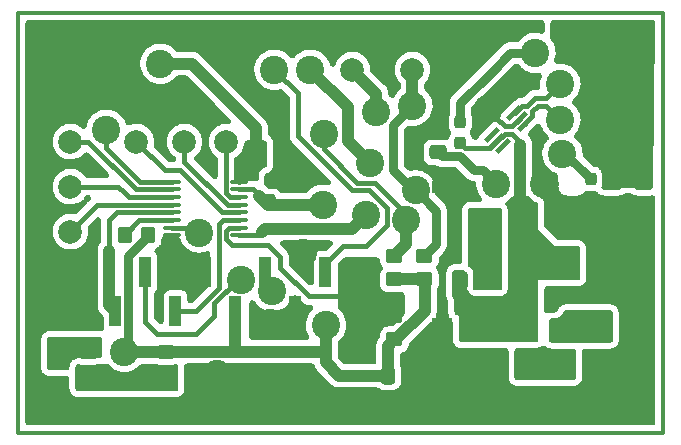
<source format=gbr>
%TF.GenerationSoftware,KiCad,Pcbnew,(5.99.0-8944-g488cfb9ec7)*%
%TF.CreationDate,2021-08-17T17:34:33+02:00*%
%TF.ProjectId,usb_sdloader,7573625f-7364-46c6-9f61-6465722e6b69,rev?*%
%TF.SameCoordinates,Original*%
%TF.FileFunction,Copper,L1,Top*%
%TF.FilePolarity,Positive*%
%FSLAX46Y46*%
G04 Gerber Fmt 4.6, Leading zero omitted, Abs format (unit mm)*
G04 Created by KiCad (PCBNEW (5.99.0-8944-g488cfb9ec7)) date 2021-08-17 17:34:33*
%MOMM*%
%LPD*%
G01*
G04 APERTURE LIST*
G04 Aperture macros list*
%AMRoundRect*
0 Rectangle with rounded corners*
0 $1 Rounding radius*
0 $2 $3 $4 $5 $6 $7 $8 $9 X,Y pos of 4 corners*
0 Add a 4 corners polygon primitive as box body*
4,1,4,$2,$3,$4,$5,$6,$7,$8,$9,$2,$3,0*
0 Add four circle primitives for the rounded corners*
1,1,$1+$1,$2,$3*
1,1,$1+$1,$4,$5*
1,1,$1+$1,$6,$7*
1,1,$1+$1,$8,$9*
0 Add four rect primitives between the rounded corners*
20,1,$1+$1,$2,$3,$4,$5,0*
20,1,$1+$1,$4,$5,$6,$7,0*
20,1,$1+$1,$6,$7,$8,$9,0*
20,1,$1+$1,$8,$9,$2,$3,0*%
%AMRotRect*
0 Rectangle, with rotation*
0 The origin of the aperture is its center*
0 $1 length*
0 $2 width*
0 $3 Rotation angle, in degrees counterclockwise*
0 Add horizontal line*
21,1,$1,$2,0,0,$3*%
%AMFreePoly0*
4,1,9,3.862500,-0.866500,0.737500,-0.866500,0.737500,-0.450000,-0.737500,-0.450000,-0.737500,0.450000,0.737500,0.450000,0.737500,0.866500,3.862500,0.866500,3.862500,-0.866500,3.862500,-0.866500,$1*%
G04 Aperture macros list end*
%TA.AperFunction,Profile*%
%ADD10C,0.300000*%
%TD*%
%TA.AperFunction,ComponentPad*%
%ADD11O,1.900000X1.200000*%
%TD*%
%TA.AperFunction,ComponentPad*%
%ADD12C,1.450000*%
%TD*%
%TA.AperFunction,SMDPad,CuDef*%
%ADD13RoundRect,0.250000X-0.337500X-0.475000X0.337500X-0.475000X0.337500X0.475000X-0.337500X0.475000X0*%
%TD*%
%TA.AperFunction,SMDPad,CuDef*%
%ADD14C,2.000000*%
%TD*%
%TA.AperFunction,SMDPad,CuDef*%
%ADD15RoundRect,0.237500X0.237500X-0.287500X0.237500X0.287500X-0.237500X0.287500X-0.237500X-0.287500X0*%
%TD*%
%TA.AperFunction,SMDPad,CuDef*%
%ADD16RoundRect,0.250000X-0.475000X0.337500X-0.475000X-0.337500X0.475000X-0.337500X0.475000X0.337500X0*%
%TD*%
%TA.AperFunction,SMDPad,CuDef*%
%ADD17RoundRect,0.100000X-0.637500X-0.100000X0.637500X-0.100000X0.637500X0.100000X-0.637500X0.100000X0*%
%TD*%
%TA.AperFunction,SMDPad,CuDef*%
%ADD18RoundRect,0.250000X0.450000X-0.350000X0.450000X0.350000X-0.450000X0.350000X-0.450000X-0.350000X0*%
%TD*%
%TA.AperFunction,SMDPad,CuDef*%
%ADD19RoundRect,0.250000X-0.450000X0.350000X-0.450000X-0.350000X0.450000X-0.350000X0.450000X0.350000X0*%
%TD*%
%TA.AperFunction,SMDPad,CuDef*%
%ADD20RoundRect,0.250000X0.337500X0.475000X-0.337500X0.475000X-0.337500X-0.475000X0.337500X-0.475000X0*%
%TD*%
%TA.AperFunction,SMDPad,CuDef*%
%ADD21R,1.000000X2.510000*%
%TD*%
%TA.AperFunction,SMDPad,CuDef*%
%ADD22R,0.900000X1.300000*%
%TD*%
%TA.AperFunction,SMDPad,CuDef*%
%ADD23FreePoly0,270.000000*%
%TD*%
%TA.AperFunction,SMDPad,CuDef*%
%ADD24RoundRect,0.237500X-0.237500X0.250000X-0.237500X-0.250000X0.237500X-0.250000X0.237500X0.250000X0*%
%TD*%
%TA.AperFunction,SMDPad,CuDef*%
%ADD25RotRect,1.500000X0.400000X225.000000*%
%TD*%
%TA.AperFunction,SMDPad,CuDef*%
%ADD26RoundRect,0.250001X-0.624999X0.462499X-0.624999X-0.462499X0.624999X-0.462499X0.624999X0.462499X0*%
%TD*%
%TA.AperFunction,SMDPad,CuDef*%
%ADD27R,2.510000X1.000000*%
%TD*%
%TA.AperFunction,SMDPad,CuDef*%
%ADD28RoundRect,0.250001X0.624999X-0.462499X0.624999X0.462499X-0.624999X0.462499X-0.624999X-0.462499X0*%
%TD*%
%TA.AperFunction,SMDPad,CuDef*%
%ADD29RoundRect,0.250000X-0.350000X-0.450000X0.350000X-0.450000X0.350000X0.450000X-0.350000X0.450000X0*%
%TD*%
%TA.AperFunction,SMDPad,CuDef*%
%ADD30RoundRect,0.250000X0.350000X0.450000X-0.350000X0.450000X-0.350000X-0.450000X0.350000X-0.450000X0*%
%TD*%
%TA.AperFunction,ViaPad*%
%ADD31C,2.400000*%
%TD*%
%TA.AperFunction,Conductor*%
%ADD32C,1.000000*%
%TD*%
%TA.AperFunction,Conductor*%
%ADD33C,0.600000*%
%TD*%
%TA.AperFunction,Conductor*%
%ADD34C,0.800000*%
%TD*%
%TA.AperFunction,Conductor*%
%ADD35C,0.400000*%
%TD*%
G04 APERTURE END LIST*
D10*
X107315000Y-115570000D02*
X161925000Y-115570000D01*
X161925000Y-115570000D02*
X161925000Y-151130000D01*
X161925000Y-151130000D02*
X107315000Y-151130000D01*
X107315000Y-151130000D02*
X107315000Y-115570000D01*
D11*
%TO.P,J13,6,Shield*%
%TO.N,GND2*%
X158923579Y-126957576D03*
X158923579Y-119957576D03*
D12*
X156223579Y-125957576D03*
X156223579Y-120957576D03*
%TD*%
D13*
%TO.P,C4,1*%
%TO.N,+3V3*%
X138662500Y-146304000D03*
%TO.P,C4,2*%
%TO.N,GNDD*%
X140737500Y-146304000D03*
%TD*%
D14*
%TO.P,J6,1,Pin_1*%
%TO.N,GNDD*%
X111760000Y-138176000D03*
%TD*%
D15*
%TO.P,FB1,1*%
%TO.N,GNDD*%
X158941516Y-131405859D03*
%TO.P,FB1,2*%
%TO.N,GND2*%
X158941516Y-129655859D03*
%TD*%
D14*
%TO.P,J7,1,Pin_1*%
%TO.N,Net-(J7-Pad1)*%
X111760000Y-126492000D03*
%TD*%
D16*
%TO.P,C5,1*%
%TO.N,GNDD*%
X142875000Y-125327500D03*
%TO.P,C5,2*%
%TO.N,Net-(C5-Pad2)*%
X142875000Y-127402500D03*
%TD*%
D17*
%TO.P,U4,1,SEL*%
%TO.N,/SELECT*%
X120327500Y-129876000D03*
%TO.P,U4,2,S1A*%
%TO.N,Net-(J7-Pad1)*%
X120327500Y-130526000D03*
%TO.P,U4,3,S1B*%
%TO.N,Net-(J8-Pad1)*%
X120327500Y-131176000D03*
%TO.P,U4,4,D1*%
%TO.N,Net-(J9-Pad1)*%
X120327500Y-131826000D03*
%TO.P,U4,5,S2A*%
%TO.N,/DAT2_snif*%
X120327500Y-132476000D03*
%TO.P,U4,6,S2B*%
%TO.N,Net-(R8-Pad2)*%
X120327500Y-133126000D03*
%TO.P,U4,7,D2*%
%TO.N,/DAT2*%
X120327500Y-133776000D03*
%TO.P,U4,8,GND*%
%TO.N,GNDD*%
X120327500Y-134426000D03*
%TO.P,U4,9,D3*%
%TO.N,/DI*%
X126052500Y-134426000D03*
%TO.P,U4,10,S3B*%
%TO.N,/MOSI*%
X126052500Y-133776000D03*
%TO.P,U4,11,S3A*%
%TO.N,/CMD_snif*%
X126052500Y-133126000D03*
%TO.P,U4,12,D4*%
%TO.N,Net-(J12-Pad1)*%
X126052500Y-132476000D03*
%TO.P,U4,13,S4B*%
%TO.N,Net-(J11-Pad1)*%
X126052500Y-131826000D03*
%TO.P,U4,14,S4A*%
%TO.N,Net-(J10-Pad1)*%
X126052500Y-131176000D03*
%TO.P,U4,15,~EN*%
%TO.N,/EN*%
X126052500Y-130526000D03*
%TO.P,U4,16,VDD*%
%TO.N,+3V3*%
X126052500Y-129876000D03*
%TD*%
D14*
%TO.P,J8,1,Pin_1*%
%TO.N,Net-(J8-Pad1)*%
X111760000Y-130302000D03*
%TD*%
D18*
%TO.P,R13,1*%
%TO.N,+3V3*%
X139192000Y-138160000D03*
%TO.P,R13,2*%
%TO.N,/GPIO1*%
X139192000Y-136160000D03*
%TD*%
D19*
%TO.P,R12,1*%
%TO.N,/MOSI*%
X139192000Y-141240000D03*
%TO.P,R12,2*%
%TO.N,+3V3*%
X139192000Y-143240000D03*
%TD*%
D18*
%TO.P,R2,1*%
%TO.N,Net-(R1-Pad2)*%
X153416000Y-144764000D03*
%TO.P,R2,2*%
%TO.N,Net-(D1-Pad2)*%
X153416000Y-142764000D03*
%TD*%
D20*
%TO.P,C8,1*%
%TO.N,GNDD*%
X129561500Y-127508000D03*
%TO.P,C8,2*%
%TO.N,+3V3*%
X127486500Y-127508000D03*
%TD*%
D19*
%TO.P,R3,1*%
%TO.N,+3V3*%
X119888000Y-144288000D03*
%TO.P,R3,2*%
%TO.N,Net-(R3-Pad2)*%
X119888000Y-146288000D03*
%TD*%
D14*
%TO.P,J10,1,Pin_1*%
%TO.N,Net-(J10-Pad1)*%
X124968000Y-126492000D03*
%TD*%
%TO.P,J4,1,Pin_1*%
%TO.N,/MOSI*%
X135890000Y-144119600D03*
%TD*%
D21*
%TO.P,J16,1,Pin_1*%
%TO.N,/DAT2_snif*%
X115570000Y-140847000D03*
%TO.P,J16,2,Pin_2*%
%TO.N,/CD_snif*%
X118110000Y-137537000D03*
%TO.P,J16,3,Pin_3*%
%TO.N,/CMD_snif*%
X120650000Y-140847000D03*
%TO.P,J16,4,Pin_4*%
%TO.N,GNDD*%
X123190000Y-137537000D03*
%TO.P,J16,5,Pin_5*%
%TO.N,+3V3*%
X125730000Y-140847000D03*
%TO.P,J16,6,Pin_6*%
%TO.N,/CLK_snif*%
X128270000Y-137537000D03*
%TO.P,J16,7,Pin_7*%
%TO.N,/DAT0_snif*%
X130810000Y-140847000D03*
%TO.P,J16,8,Pin_8*%
%TO.N,/DAT1_snif*%
X133350000Y-137537000D03*
%TD*%
D22*
%TO.P,U2,1,VI*%
%TO.N,+5V*%
X144756000Y-140590000D03*
D23*
%TO.P,U2,2,GND*%
%TO.N,GNDD*%
X143256000Y-140677500D03*
D22*
%TO.P,U2,3,VO*%
%TO.N,+3V3*%
X141756000Y-140590000D03*
%TD*%
D14*
%TO.P,J9,1,Pin_1*%
%TO.N,Net-(J9-Pad1)*%
X111760000Y-134112000D03*
%TD*%
D16*
%TO.P,C3,1*%
%TO.N,+5V*%
X147320000Y-142748000D03*
%TO.P,C3,2*%
%TO.N,GNDD*%
X147320000Y-144823000D03*
%TD*%
D24*
%TO.P,R10,1*%
%TO.N,GNDD*%
X128676400Y-129643500D03*
%TO.P,R10,2*%
%TO.N,/EN*%
X128676400Y-131468500D03*
%TD*%
D25*
%TO.P,U3,1,CH1*%
%TO.N,/USB_D+*%
X150244071Y-124995167D03*
%TO.P,U3,2,Vn*%
%TO.N,GNDD*%
X149784452Y-124535548D03*
%TO.P,U3,3,CH2*%
%TO.N,/USB_D-*%
X149324833Y-124075929D03*
%TO.P,U3,4,CH3*%
%TO.N,N/C*%
X147443929Y-125956833D03*
%TO.P,U3,5,Vp*%
%TO.N,+5V*%
X147903548Y-126416452D03*
%TO.P,U3,6,CH4*%
%TO.N,N/C*%
X148363167Y-126876071D03*
%TD*%
D14*
%TO.P,J3,1,Pin_1*%
%TO.N,/MISO*%
X140716000Y-120396000D03*
%TD*%
D26*
%TO.P,D2,1,K*%
%TO.N,GNDD*%
X110744000Y-141768500D03*
%TO.P,D2,2,A*%
%TO.N,Net-(D2-Pad2)*%
X110744000Y-144743500D03*
%TD*%
D20*
%TO.P,C6,1*%
%TO.N,GNDD*%
X152421500Y-140208000D03*
%TO.P,C6,2*%
%TO.N,+5V*%
X150346500Y-140208000D03*
%TD*%
D18*
%TO.P,R4,1*%
%TO.N,Net-(R3-Pad2)*%
X113284000Y-146288000D03*
%TO.P,R4,2*%
%TO.N,Net-(D2-Pad2)*%
X113284000Y-144288000D03*
%TD*%
D19*
%TO.P,R1,1*%
%TO.N,+5V*%
X150368000Y-142748000D03*
%TO.P,R1,2*%
%TO.N,Net-(R1-Pad2)*%
X150368000Y-144748000D03*
%TD*%
D27*
%TO.P,JP1,1,1*%
%TO.N,Net-(JP1-Pad1)*%
X146943000Y-132842000D03*
%TO.P,JP1,2,2*%
%TO.N,GNDD*%
X143633000Y-130302000D03*
%TD*%
D28*
%TO.P,D1,1,K*%
%TO.N,GNDD*%
X156464000Y-144743500D03*
%TO.P,D1,2,A*%
%TO.N,Net-(D1-Pad2)*%
X156464000Y-141768500D03*
%TD*%
D14*
%TO.P,J5,1,Pin_1*%
%TO.N,/SCK*%
X135636000Y-120396000D03*
%TD*%
D29*
%TO.P,R5,1*%
%TO.N,+5V*%
X144780000Y-138176000D03*
%TO.P,R5,2*%
%TO.N,Net-(JP1-Pad1)*%
X146780000Y-138176000D03*
%TD*%
D15*
%TO.P,FB2,1*%
%TO.N,GNDD*%
X155796544Y-131397381D03*
%TO.P,FB2,2*%
%TO.N,GND1*%
X155796544Y-129647381D03*
%TD*%
D18*
%TO.P,R11,1*%
%TO.N,+3V3*%
X141732000Y-138160000D03*
%TO.P,R11,2*%
%TO.N,/MISO*%
X141732000Y-136160000D03*
%TD*%
D14*
%TO.P,J12,1,Pin_1*%
%TO.N,Net-(J12-Pad1)*%
X117348000Y-126492000D03*
%TD*%
%TO.P,J11,1,Pin_1*%
%TO.N,Net-(J11-Pad1)*%
X121412000Y-126492000D03*
%TD*%
D30*
%TO.P,R8,1*%
%TO.N,+3V3*%
X118348000Y-134366000D03*
%TO.P,R8,2*%
%TO.N,Net-(R8-Pad2)*%
X116348000Y-134366000D03*
%TD*%
D15*
%TO.P,FB3,1*%
%TO.N,+5V*%
X144780000Y-126605000D03*
%TO.P,FB3,2*%
%TO.N,VBUS*%
X144780000Y-124855000D03*
%TD*%
D31*
%TO.N,GNDD*%
X109855000Y-118110000D03*
%TO.N,/MISO*%
X140977998Y-130612634D03*
%TO.N,VBUS*%
X151130000Y-118984884D03*
%TO.N,GND1*%
X153416000Y-127508000D03*
%TO.N,GNDD*%
X117348000Y-122936000D03*
X120650000Y-137566400D03*
X147133918Y-123765918D03*
X151892000Y-130048000D03*
X124139747Y-146162610D03*
X157480000Y-137795000D03*
X131419600Y-135940800D03*
%TO.N,+5V*%
X153416000Y-136652000D03*
%TO.N,+3V3*%
X133400800Y-141986000D03*
X119380000Y-119888000D03*
X116332000Y-144272000D03*
%TO.N,Net-(C5-Pad2)*%
X147828000Y-130048000D03*
%TO.N,/GPIO1*%
X140208000Y-133096000D03*
X133197600Y-125831600D03*
%TO.N,/MISO*%
X140716000Y-123444000D03*
%TO.N,/MOSI*%
X135890000Y-139598400D03*
%TO.N,/SCK*%
X137668000Y-123952000D03*
%TO.N,/USB_D-*%
X153236998Y-121594000D03*
%TO.N,/USB_D+*%
X153236998Y-124644000D03*
%TO.N,/DO*%
X132080000Y-120396000D03*
X137160000Y-128320800D03*
%TO.N,/DI*%
X136775937Y-132694807D03*
%TO.N,/DAT1_snif*%
X129032000Y-120396000D03*
%TO.N,/CLK_snif*%
X128828800Y-139141200D03*
%TO.N,/CD_snif*%
X126238000Y-138176000D03*
%TO.N,/DAT0_snif*%
X128676400Y-141833600D03*
%TO.N,Net-(JP1-Pad1)*%
X146812000Y-134112000D03*
%TO.N,/SELECT*%
X114808000Y-125476000D03*
%TO.N,/EN*%
X133146800Y-131826000D03*
%TO.N,/DAT2*%
X122682000Y-134188000D03*
%TD*%
D32*
%TO.N,+5V*%
X149860000Y-132588000D02*
X149860000Y-133096000D01*
X149860000Y-133096000D02*
X153416000Y-136652000D01*
D33*
X153416000Y-136652000D02*
X153416000Y-136144000D01*
D34*
%TO.N,/MISO*%
X139065000Y-128905000D02*
X139065000Y-128397000D01*
X140977998Y-130612634D02*
X140772634Y-130612634D01*
X140772634Y-130612634D02*
X139065000Y-128905000D01*
X139065000Y-128905000D02*
X139065000Y-125095000D01*
X139065000Y-125095000D02*
X140716000Y-123444000D01*
X142708838Y-132343474D02*
X140977998Y-130612634D01*
X142708838Y-135183162D02*
X142708838Y-132343474D01*
X141732000Y-136160000D02*
X142708838Y-135183162D01*
%TO.N,Net-(C5-Pad2)*%
X145948600Y-128905000D02*
X144773620Y-127730020D01*
X147828000Y-130048000D02*
X146685000Y-128905000D01*
X146685000Y-128905000D02*
X145948600Y-128905000D01*
X144773620Y-127730020D02*
X143202520Y-127730020D01*
X143202520Y-127730020D02*
X142875000Y-127402500D01*
%TO.N,VBUS*%
X147321479Y-120651479D02*
X148988073Y-118984884D01*
X144780000Y-123192957D02*
X147321479Y-120651479D01*
X148988074Y-118984884D02*
X151130000Y-118984884D01*
X147321479Y-120651479D02*
X148988074Y-118984884D01*
%TO.N,GND1*%
X153416000Y-127508000D02*
X153657163Y-127508000D01*
X153657163Y-127508000D02*
X155796544Y-129647381D01*
%TO.N,VBUS*%
X144780000Y-124855000D02*
X144780000Y-123192957D01*
D35*
%TO.N,+5V*%
X147903548Y-126416452D02*
X147291396Y-127028604D01*
X147291396Y-127028604D02*
X145203604Y-127028604D01*
X145203604Y-127028604D02*
X144780000Y-126605000D01*
%TO.N,GNDD*%
X147828000Y-124460000D02*
X147320000Y-123952000D01*
X147828000Y-124460000D02*
X147133918Y-123765918D01*
X149172300Y-125147700D02*
X148515700Y-125147700D01*
X149784452Y-124535548D02*
X149172300Y-125147700D01*
X148515700Y-125147700D02*
X147828000Y-124460000D01*
D32*
%TO.N,+5V*%
X149860000Y-132588000D02*
X149860000Y-126746000D01*
D35*
X147903548Y-126416452D02*
X148515700Y-125804300D01*
X148515700Y-125804300D02*
X149172300Y-125804300D01*
X149860000Y-126492000D02*
X149860000Y-126746000D01*
X149860000Y-126746000D02*
X149860000Y-127508000D01*
X149172300Y-125804300D02*
X149860000Y-126492000D01*
D32*
%TO.N,+3V3*%
X134518400Y-146304000D02*
X133400800Y-145186400D01*
D34*
X133400800Y-141986000D02*
X133400800Y-144475200D01*
X123409200Y-144288000D02*
X119888000Y-144288000D01*
D32*
X127486500Y-127508000D02*
X127486500Y-125352900D01*
X122215399Y-144262599D02*
X123383799Y-144262599D01*
D34*
X116332000Y-144272000D02*
X119872000Y-144272000D01*
X116670011Y-143933989D02*
X116670011Y-136141969D01*
D32*
X141756000Y-140590000D02*
X141756000Y-138184000D01*
X122021600Y-119888000D02*
X119380000Y-119888000D01*
X141756000Y-140590000D02*
X141756000Y-140819532D01*
D34*
X133400800Y-144475200D02*
X133400800Y-145186400D01*
D32*
X133400800Y-141986000D02*
X133400800Y-145186400D01*
D34*
X124984000Y-144288000D02*
X125492000Y-144288000D01*
X116670011Y-136141969D02*
X118348000Y-134463980D01*
D32*
X122215399Y-144262599D02*
X133188199Y-144262599D01*
X133188199Y-144262599D02*
X133400800Y-144475200D01*
X116341401Y-144262599D02*
X125974599Y-144262599D01*
X127486500Y-125352900D02*
X122021600Y-119888000D01*
D35*
X126052500Y-128942000D02*
X127486500Y-127508000D01*
D34*
X118348000Y-134463980D02*
X118348000Y-134366000D01*
D32*
X116332000Y-144272000D02*
X116341401Y-144262599D01*
D34*
X126000000Y-144288000D02*
X124984000Y-144288000D01*
D35*
X126052500Y-129876000D02*
X126052500Y-128942000D01*
D32*
X138662500Y-146304000D02*
X138662500Y-143769500D01*
X139192000Y-143240000D02*
X139335532Y-143240000D01*
X138662500Y-143769500D02*
X139192000Y-143240000D01*
X141756000Y-138184000D02*
X141732000Y-138160000D01*
D34*
X133400800Y-144475200D02*
X133213600Y-144288000D01*
D32*
X141732000Y-138160000D02*
X139192000Y-138160000D01*
D34*
X124984000Y-144288000D02*
X123409200Y-144288000D01*
D32*
X116341401Y-144262599D02*
X122215399Y-144262599D01*
X125730000Y-144050000D02*
X125730000Y-140847000D01*
D34*
X119872000Y-144272000D02*
X119888000Y-144288000D01*
X133213600Y-144288000D02*
X126000000Y-144288000D01*
D32*
X138662500Y-146304000D02*
X134518400Y-146304000D01*
D34*
X116332000Y-144272000D02*
X116670011Y-143933989D01*
D32*
X141756000Y-140819532D02*
X139335532Y-143240000D01*
%TO.N,Net-(C5-Pad2)*%
X147828000Y-130048000D02*
X147828000Y-129518500D01*
D34*
%TO.N,Net-(D1-Pad2)*%
X153416000Y-142764000D02*
X155468500Y-142764000D01*
X155468500Y-142764000D02*
X156464000Y-141768500D01*
%TO.N,Net-(D2-Pad2)*%
X111199500Y-144288000D02*
X110744000Y-144743500D01*
X113284000Y-144288000D02*
X111199500Y-144288000D01*
D35*
%TO.N,/GPIO1*%
X137067980Y-129955980D02*
X137575980Y-129955980D01*
D32*
X140208000Y-135144000D02*
X140208000Y-133096000D01*
X139192000Y-136160000D02*
X140208000Y-135144000D01*
D35*
X140208000Y-132588000D02*
X140208000Y-133096000D01*
X137575980Y-129955980D02*
X140208000Y-132588000D01*
X133197600Y-125831600D02*
X133197600Y-127101600D01*
X136051980Y-129955980D02*
X137067980Y-129955980D01*
X133197600Y-127101600D02*
X136051980Y-129955980D01*
D32*
%TO.N,/MISO*%
X140716000Y-120396000D02*
X140716000Y-123444000D01*
D35*
%TO.N,/MOSI*%
X124907620Y-134725756D02*
X125411464Y-135229600D01*
X129540000Y-136245600D02*
X129540000Y-137210800D01*
X126052500Y-133776000D02*
X125151600Y-133776000D01*
X131927600Y-139598400D02*
X135890000Y-139598400D01*
X128524000Y-135229600D02*
X129540000Y-136245600D01*
X124907620Y-134019980D02*
X124907620Y-134725756D01*
X125151600Y-133776000D02*
X124907620Y-134019980D01*
X129540000Y-137210800D02*
X131927600Y-139598400D01*
X125411464Y-135229600D02*
X128524000Y-135229600D01*
D32*
%TO.N,/SCK*%
X137668000Y-123952000D02*
X137668000Y-122428000D01*
X137668000Y-122428000D02*
X135636000Y-120396000D01*
D35*
%TO.N,Net-(J7-Pad1)*%
X113284000Y-126492000D02*
X111760000Y-126492000D01*
X120327500Y-130526000D02*
X117318000Y-130526000D01*
X117318000Y-130526000D02*
X113284000Y-126492000D01*
%TO.N,Net-(J8-Pad1)*%
X111760000Y-130302000D02*
X115824000Y-130302000D01*
X115824000Y-130302000D02*
X116205000Y-130683000D01*
X120327500Y-131176000D02*
X116698000Y-131176000D01*
X116698000Y-131176000D02*
X116205000Y-130683000D01*
%TO.N,Net-(J9-Pad1)*%
X114046000Y-131826000D02*
X111760000Y-134112000D01*
X120327500Y-131826000D02*
X114046000Y-131826000D01*
%TO.N,Net-(J10-Pad1)*%
X126052500Y-131176000D02*
X125257864Y-131176000D01*
X125257864Y-131176000D02*
X124914980Y-130833116D01*
X124914980Y-130833116D02*
X124914980Y-126545020D01*
X124914980Y-126545020D02*
X124968000Y-126492000D01*
%TO.N,Net-(J11-Pad1)*%
X125059308Y-131826000D02*
X121412000Y-128178692D01*
X121412000Y-128178692D02*
X121412000Y-126492000D01*
X126052500Y-131826000D02*
X125059308Y-131826000D01*
%TO.N,Net-(J12-Pad1)*%
X119776654Y-128920654D02*
X117348000Y-126492000D01*
X121015346Y-128920654D02*
X119776654Y-128920654D01*
X124570692Y-132476000D02*
X121015346Y-128920654D01*
X126052500Y-132476000D02*
X124570692Y-132476000D01*
%TO.N,/USB_D-*%
X149395515Y-124075929D02*
X149324833Y-124075929D01*
X150396603Y-123463777D02*
X150007667Y-123463777D01*
X153236998Y-121594000D02*
X152036998Y-122794000D01*
X151066380Y-122794000D02*
X150396603Y-123463777D01*
X152036998Y-122794000D02*
X151066380Y-122794000D01*
X150007667Y-123463777D02*
X149395515Y-124075929D01*
%TO.N,/USB_D+*%
X150856223Y-123923397D02*
X150856223Y-124312333D01*
X151335620Y-123444000D02*
X150856223Y-123923397D01*
X150244071Y-124924485D02*
X150244071Y-124995167D01*
X153236998Y-124644000D02*
X152036998Y-123444000D01*
X150856223Y-124312333D02*
X150244071Y-124924485D01*
X152036998Y-123444000D02*
X151335620Y-123444000D01*
D32*
%TO.N,/DO*%
X135259989Y-123575989D02*
X132080000Y-120396000D01*
X135259989Y-126420789D02*
X135259989Y-123575989D01*
X137160000Y-128320800D02*
X135259989Y-126420789D01*
%TO.N,/DI*%
X135612744Y-133858000D02*
X128270000Y-133858000D01*
D35*
X127702000Y-134426000D02*
X128016000Y-134112000D01*
D32*
X128270000Y-133858000D02*
X128016000Y-134112000D01*
X136775937Y-132694807D02*
X135612744Y-133858000D01*
D35*
X126052500Y-134426000D02*
X127702000Y-134426000D01*
%TO.N,/DAT1_snif*%
X133350000Y-136855200D02*
X134874000Y-135331200D01*
X129032000Y-120396000D02*
X131022991Y-122386991D01*
X135553982Y-130556000D02*
X137005147Y-130556000D01*
X134874000Y-135331200D02*
X135585200Y-135331200D01*
X131022991Y-126025009D02*
X135553982Y-130556000D01*
X133350000Y-137537000D02*
X133350000Y-136855200D01*
X131022991Y-122386991D02*
X131022991Y-126025009D01*
X138531600Y-132082453D02*
X138531600Y-133553200D01*
X137005147Y-130556000D02*
X138531600Y-132082453D01*
X136753600Y-135331200D02*
X134874000Y-135331200D01*
X138531600Y-133553200D02*
X136753600Y-135331200D01*
%TO.N,/CD_snif*%
X119126000Y-142748000D02*
X118110000Y-141732000D01*
X125925980Y-138176000D02*
X123952000Y-140149980D01*
X123952000Y-140149980D02*
X123952000Y-141224000D01*
X118110000Y-141732000D02*
X118110000Y-137537000D01*
X118110000Y-139446000D02*
X118110000Y-137537000D01*
X126238000Y-138176000D02*
X125925980Y-138176000D01*
X123952000Y-141224000D02*
X122428000Y-142748000D01*
X122428000Y-142748000D02*
X119126000Y-142748000D01*
%TO.N,/DAT0_snif*%
X130810000Y-141681200D02*
X130657600Y-141833600D01*
X130810000Y-140847000D02*
X130810000Y-141681200D01*
X130657600Y-141833600D02*
X128676400Y-141833600D01*
%TO.N,/CMD_snif*%
X124307600Y-133451600D02*
X124307600Y-138894420D01*
X124633200Y-133126000D02*
X124307600Y-133451600D01*
X122355020Y-140847000D02*
X120650000Y-140847000D01*
X126052500Y-133126000D02*
X124633200Y-133126000D01*
X124307600Y-138894420D02*
X122355020Y-140847000D01*
%TO.N,/DAT2_snif*%
X115062000Y-133096000D02*
X115682000Y-132476000D01*
D32*
X115062000Y-140339000D02*
X115062000Y-135737600D01*
D35*
X115682000Y-132476000D02*
X120327500Y-132476000D01*
D32*
X115570000Y-140847000D02*
X115062000Y-140339000D01*
D35*
X115062000Y-135737600D02*
X115062000Y-133096000D01*
D34*
%TO.N,Net-(JP1-Pad1)*%
X146780000Y-133636000D02*
X146812000Y-133604000D01*
D35*
%TO.N,/SELECT*%
X114808000Y-127000000D02*
X114808000Y-125476000D01*
X117684000Y-129876000D02*
X114808000Y-127000000D01*
X120327500Y-129876000D02*
X117684000Y-129876000D01*
D34*
%TO.N,Net-(R1-Pad2)*%
X150368000Y-144748000D02*
X153400000Y-144748000D01*
X153400000Y-144748000D02*
X153416000Y-144764000D01*
D35*
%TO.N,Net-(R8-Pad2)*%
X117588000Y-133126000D02*
X116348000Y-134366000D01*
X120327500Y-133126000D02*
X117588000Y-133126000D01*
%TO.N,/EN*%
X127224000Y-130526000D02*
X126052500Y-130526000D01*
D32*
X127762000Y-131064000D02*
X128524000Y-131826000D01*
D35*
X127762000Y-131064000D02*
X127224000Y-130526000D01*
D32*
X128524000Y-131826000D02*
X129033900Y-131826000D01*
X133146800Y-131826000D02*
X129033900Y-131826000D01*
D35*
%TO.N,/DAT2*%
X122270000Y-133776000D02*
X122682000Y-134188000D01*
X120327500Y-133776000D02*
X122270000Y-133776000D01*
%TD*%
%TA.AperFunction,Conductor*%
%TO.N,Net-(JP1-Pad1)*%
G36*
X148131488Y-132098954D02*
G01*
X148212270Y-132152930D01*
X148266246Y-132233712D01*
X148285200Y-132329000D01*
X148285200Y-138841400D01*
X148266246Y-138936688D01*
X148212270Y-139017470D01*
X148131488Y-139071446D01*
X148036200Y-139090400D01*
X146109012Y-139090400D01*
X146013724Y-139071446D01*
X145932942Y-139017470D01*
X145878966Y-138936688D01*
X145860012Y-138841400D01*
X145868403Y-138784754D01*
X145867423Y-138784564D01*
X145869855Y-138772019D01*
X145873560Y-138759788D01*
X145880500Y-138682025D01*
X145880500Y-137683113D01*
X145865237Y-137552197D01*
X145805534Y-137387718D01*
X145709593Y-137241385D01*
X145699093Y-137231438D01*
X145593068Y-137130999D01*
X145593066Y-137130997D01*
X145582562Y-137121047D01*
X145570050Y-137113779D01*
X145570048Y-137113778D01*
X145513537Y-137080954D01*
X145440660Y-137016705D01*
X145397917Y-136929457D01*
X145389600Y-136865640D01*
X145389600Y-132329000D01*
X145408554Y-132233712D01*
X145462530Y-132152930D01*
X145543312Y-132098954D01*
X145638600Y-132080000D01*
X148036200Y-132080000D01*
X148131488Y-132098954D01*
G37*
%TD.AperFunction*%
%TD*%
%TA.AperFunction,Conductor*%
%TO.N,+3V3*%
G36*
X128268688Y-126409354D02*
G01*
X128349470Y-126463330D01*
X128403446Y-126544112D01*
X128422400Y-126639400D01*
X128422400Y-128439860D01*
X128403446Y-128535148D01*
X128349470Y-128615930D01*
X128268688Y-128669906D01*
X128258371Y-128673913D01*
X128106215Y-128729143D01*
X128094116Y-128737076D01*
X128094115Y-128737076D01*
X127974402Y-128815563D01*
X127974399Y-128815565D01*
X127962303Y-128823496D01*
X127952355Y-128833997D01*
X127952353Y-128833999D01*
X127853906Y-128937922D01*
X127853904Y-128937925D01*
X127843957Y-128948425D01*
X127757524Y-129097229D01*
X127707643Y-129261926D01*
X127700900Y-129337478D01*
X127700900Y-129600917D01*
X127681946Y-129696205D01*
X127627970Y-129776987D01*
X127547188Y-129830963D01*
X127451900Y-129849917D01*
X127401825Y-129843591D01*
X127399451Y-129842665D01*
X127340070Y-129834847D01*
X127327199Y-129832808D01*
X127316617Y-129830847D01*
X127268298Y-129821892D01*
X127253312Y-129822756D01*
X127253310Y-129822756D01*
X127212888Y-129825087D01*
X127198554Y-129825500D01*
X125864480Y-129825500D01*
X125769192Y-129806546D01*
X125688410Y-129752570D01*
X125634434Y-129671788D01*
X125615480Y-129576500D01*
X125615480Y-127999203D01*
X125634434Y-127903915D01*
X125688410Y-127823133D01*
X125734304Y-127787406D01*
X125738881Y-127785164D01*
X125939737Y-127641895D01*
X126114496Y-127467745D01*
X126258465Y-127267390D01*
X126367778Y-127046212D01*
X126439500Y-126810149D01*
X126466259Y-126606897D01*
X126497487Y-126514900D01*
X126561546Y-126441855D01*
X126648682Y-126398885D01*
X126713128Y-126390400D01*
X128173400Y-126390400D01*
X128268688Y-126409354D01*
G37*
%TD.AperFunction*%
%TD*%
%TA.AperFunction,Conductor*%
%TO.N,Net-(R3-Pad2)*%
G36*
X112594325Y-145349490D02*
G01*
X112687981Y-145377856D01*
X112687985Y-145377857D01*
X112700212Y-145381560D01*
X112738364Y-145384965D01*
X112772458Y-145388008D01*
X112772466Y-145388008D01*
X112777975Y-145388500D01*
X113776887Y-145388500D01*
X113907803Y-145373237D01*
X113921400Y-145368301D01*
X113921402Y-145368301D01*
X113961511Y-145353742D01*
X114046470Y-145338800D01*
X114893262Y-145338800D01*
X114988550Y-145357754D01*
X115069332Y-145411730D01*
X115078730Y-145421660D01*
X115151550Y-145502962D01*
X115351329Y-145667354D01*
X115359453Y-145672187D01*
X115565544Y-145794799D01*
X115565548Y-145794801D01*
X115573675Y-145799636D01*
X115813472Y-145896764D01*
X115822664Y-145898945D01*
X115822666Y-145898946D01*
X115939336Y-145926633D01*
X116065201Y-145956502D01*
X116074619Y-145957268D01*
X116074625Y-145957269D01*
X116313634Y-145976710D01*
X116313641Y-145976710D01*
X116323070Y-145977477D01*
X116581145Y-145959204D01*
X116590370Y-145957117D01*
X116590374Y-145957116D01*
X116824267Y-145904191D01*
X116824266Y-145904191D01*
X116833486Y-145902105D01*
X117074287Y-145807494D01*
X117298006Y-145677547D01*
X117499495Y-145515256D01*
X117586871Y-145419735D01*
X117665167Y-145362221D01*
X117759518Y-145339047D01*
X117770596Y-145338800D01*
X119126148Y-145338800D01*
X119198325Y-145349490D01*
X119291981Y-145377856D01*
X119291985Y-145377857D01*
X119304212Y-145381560D01*
X119342364Y-145384965D01*
X119376458Y-145388008D01*
X119376466Y-145388008D01*
X119381975Y-145388500D01*
X120380887Y-145388500D01*
X120511803Y-145373237D01*
X120525400Y-145368301D01*
X120525402Y-145368301D01*
X120565511Y-145353742D01*
X120650470Y-145338800D01*
X120655000Y-145338800D01*
X120750288Y-145357754D01*
X120831070Y-145411730D01*
X120885046Y-145492512D01*
X120904000Y-145587800D01*
X120904000Y-147375800D01*
X120885046Y-147471088D01*
X120831070Y-147551870D01*
X120750288Y-147605846D01*
X120655000Y-147624800D01*
X112415400Y-147624800D01*
X112320112Y-147605846D01*
X112239330Y-147551870D01*
X112185354Y-147471088D01*
X112166400Y-147375800D01*
X112166400Y-145587800D01*
X112185354Y-145492512D01*
X112239330Y-145411730D01*
X112320112Y-145357754D01*
X112415400Y-145338800D01*
X112522148Y-145338800D01*
X112594325Y-145349490D01*
G37*
%TD.AperFunction*%
%TD*%
%TA.AperFunction,Conductor*%
%TO.N,+5V*%
G36*
X150548550Y-131133754D02*
G01*
X150629332Y-131187730D01*
X150638730Y-131197660D01*
X150711550Y-131278962D01*
X150911329Y-131443354D01*
X150919453Y-131448187D01*
X151125544Y-131570799D01*
X151125548Y-131570801D01*
X151133675Y-131575636D01*
X151142437Y-131579185D01*
X151142443Y-131579188D01*
X151228479Y-131614036D01*
X151309682Y-131667377D01*
X151364291Y-131747732D01*
X151384000Y-131844823D01*
X151384000Y-135331200D01*
X154691000Y-135331200D01*
X154786288Y-135350154D01*
X154867070Y-135404130D01*
X154921046Y-135484912D01*
X154940000Y-135580200D01*
X154940000Y-137977800D01*
X154921046Y-138073088D01*
X154867070Y-138153870D01*
X154786288Y-138207846D01*
X154691000Y-138226800D01*
X151384000Y-138226800D01*
X151384000Y-139418507D01*
X151373310Y-139490684D01*
X151346019Y-139580793D01*
X151340440Y-139599212D01*
X151333500Y-139676975D01*
X151333500Y-140725887D01*
X151348763Y-140856803D01*
X151353699Y-140870400D01*
X151353699Y-140870402D01*
X151369058Y-140912715D01*
X151384000Y-140997674D01*
X151384000Y-143210200D01*
X151365046Y-143305488D01*
X151311070Y-143386270D01*
X151230288Y-143440246D01*
X151135000Y-143459200D01*
X144877000Y-143459200D01*
X144781712Y-143440246D01*
X144700930Y-143386270D01*
X144646954Y-143305488D01*
X144628000Y-143210200D01*
X144628000Y-141415000D01*
X144622855Y-141343060D01*
X144582319Y-141205008D01*
X144504531Y-141083968D01*
X144395794Y-140989746D01*
X144357060Y-140972057D01*
X144278259Y-140915234D01*
X144227200Y-140832578D01*
X144211500Y-140745560D01*
X144211500Y-139940000D01*
X144206355Y-139868060D01*
X144165819Y-139730008D01*
X144108328Y-139640550D01*
X144072756Y-139550143D01*
X144068800Y-139505931D01*
X144068800Y-137612200D01*
X144087754Y-137516912D01*
X144141730Y-137436130D01*
X144222512Y-137382154D01*
X144317800Y-137363200D01*
X144983519Y-137363200D01*
X145078807Y-137382154D01*
X145148184Y-137425421D01*
X145178299Y-137451970D01*
X145182883Y-137456011D01*
X145187832Y-137459577D01*
X145257458Y-137509747D01*
X145257466Y-137509752D01*
X145262405Y-137513311D01*
X145265787Y-137515275D01*
X145300623Y-137542694D01*
X145302342Y-137544322D01*
X145339421Y-137588699D01*
X145339603Y-137588977D01*
X145365286Y-137640269D01*
X145365398Y-137640577D01*
X145378717Y-137696864D01*
X145378828Y-137697817D01*
X145380500Y-137726624D01*
X145380500Y-138645920D01*
X145377483Y-138684562D01*
X145377406Y-138685051D01*
X145376562Y-138689405D01*
X145376032Y-138693795D01*
X145376029Y-138693815D01*
X145374702Y-138704814D01*
X145373132Y-138711389D01*
X145373800Y-138711488D01*
X145365409Y-138768134D01*
X145362002Y-138796835D01*
X145362574Y-138807509D01*
X145362574Y-138807514D01*
X145369143Y-138930070D01*
X145369619Y-138938945D01*
X145388573Y-139034233D01*
X145401809Y-139086092D01*
X145463229Y-139214470D01*
X145468169Y-139221863D01*
X145515361Y-139292493D01*
X145515370Y-139292506D01*
X145517205Y-139295252D01*
X145519192Y-139297906D01*
X145519196Y-139297912D01*
X145541957Y-139328318D01*
X145541962Y-139328323D01*
X145549285Y-139338106D01*
X145655160Y-139433207D01*
X145720189Y-139476657D01*
X145728549Y-139482243D01*
X145735942Y-139487183D01*
X145738817Y-139488889D01*
X145738822Y-139488892D01*
X145745865Y-139493070D01*
X145781970Y-139514493D01*
X145793499Y-139518560D01*
X145793503Y-139518562D01*
X145907804Y-139558885D01*
X145907811Y-139558887D01*
X145916179Y-139561839D01*
X145950233Y-139568613D01*
X146005478Y-139579602D01*
X146005484Y-139579603D01*
X146011467Y-139580793D01*
X146060240Y-139585597D01*
X146102929Y-139589801D01*
X146102931Y-139589801D01*
X146109012Y-139590400D01*
X148036200Y-139590400D01*
X148042281Y-139589801D01*
X148042283Y-139589801D01*
X148084972Y-139585597D01*
X148133745Y-139580793D01*
X148139728Y-139579603D01*
X148139734Y-139579602D01*
X148225796Y-139562483D01*
X148225800Y-139562482D01*
X148229033Y-139561839D01*
X148280892Y-139548603D01*
X148409270Y-139487183D01*
X148480417Y-139439645D01*
X148487293Y-139435051D01*
X148487306Y-139435042D01*
X148490052Y-139433207D01*
X148497990Y-139427265D01*
X148523118Y-139408455D01*
X148523123Y-139408450D01*
X148532906Y-139401127D01*
X148628007Y-139295252D01*
X148681983Y-139214470D01*
X148709293Y-139168442D01*
X148714597Y-139153407D01*
X148753685Y-139042608D01*
X148753687Y-139042601D01*
X148756639Y-139034233D01*
X148775593Y-138938945D01*
X148785200Y-138841400D01*
X148785200Y-132329000D01*
X148775593Y-132231455D01*
X148756639Y-132136167D01*
X148743403Y-132084308D01*
X148681983Y-131955930D01*
X148662659Y-131927009D01*
X148629851Y-131877907D01*
X148629842Y-131877894D01*
X148628007Y-131875148D01*
X148626019Y-131872492D01*
X148624086Y-131869761D01*
X148624555Y-131869429D01*
X148584096Y-131784851D01*
X148578903Y-131687835D01*
X148611231Y-131596216D01*
X148676159Y-131523943D01*
X148700291Y-131507981D01*
X148794006Y-131453547D01*
X148995495Y-131291256D01*
X149082871Y-131195735D01*
X149161167Y-131138221D01*
X149255518Y-131115047D01*
X149266596Y-131114800D01*
X150453262Y-131114800D01*
X150548550Y-131133754D01*
G37*
%TD.AperFunction*%
%TD*%
%TA.AperFunction,Conductor*%
%TO.N,Net-(D1-Pad2)*%
G36*
X157529488Y-140785754D02*
G01*
X157610270Y-140839730D01*
X157664246Y-140920512D01*
X157683200Y-141015800D01*
X157683200Y-143261000D01*
X157664246Y-143356288D01*
X157610270Y-143437070D01*
X157529488Y-143491046D01*
X157434200Y-143510000D01*
X152496600Y-143510000D01*
X152401312Y-143491046D01*
X152320530Y-143437070D01*
X152266554Y-143356288D01*
X152247600Y-143261000D01*
X152247600Y-141682500D01*
X152266554Y-141587212D01*
X152320530Y-141506430D01*
X152401312Y-141452454D01*
X152496600Y-141433500D01*
X152801887Y-141433500D01*
X152932803Y-141418237D01*
X152946400Y-141413301D01*
X152946402Y-141413301D01*
X153034783Y-141381220D01*
X153097282Y-141358534D01*
X153243615Y-141262593D01*
X153363953Y-141135562D01*
X153451839Y-140984255D01*
X153464145Y-140943624D01*
X153509906Y-140857921D01*
X153584980Y-140796253D01*
X153677939Y-140768010D01*
X153702455Y-140766800D01*
X157434200Y-140766800D01*
X157529488Y-140785754D01*
G37*
%TD.AperFunction*%
%TD*%
%TA.AperFunction,Conductor*%
%TO.N,/MOSI*%
G36*
X137837788Y-136315354D02*
G01*
X137918570Y-136369330D01*
X137972546Y-136450112D01*
X137990128Y-136538502D01*
X137991081Y-136538447D01*
X137991479Y-136545293D01*
X137991500Y-136545400D01*
X137991500Y-136552887D01*
X138006763Y-136683803D01*
X138066466Y-136848282D01*
X138074397Y-136860378D01*
X138152913Y-136980134D01*
X138162407Y-136994615D01*
X138171276Y-137003016D01*
X138217217Y-137087101D01*
X138227627Y-137183697D01*
X138200278Y-137276924D01*
X138160382Y-137332806D01*
X138137047Y-137357438D01*
X138049161Y-137508745D01*
X137998440Y-137676212D01*
X137991500Y-137753975D01*
X137991500Y-138552887D01*
X138006763Y-138683803D01*
X138066466Y-138848282D01*
X138162407Y-138994615D01*
X138289438Y-139114953D01*
X138440745Y-139202839D01*
X138454589Y-139207032D01*
X138595375Y-139249672D01*
X138608212Y-139253560D01*
X138646364Y-139256965D01*
X138680458Y-139260008D01*
X138680466Y-139260008D01*
X138685975Y-139260500D01*
X139684887Y-139260500D01*
X139710928Y-139257464D01*
X139777766Y-139249672D01*
X139874608Y-139257464D01*
X139961096Y-139301723D01*
X140024064Y-139375711D01*
X140053925Y-139468163D01*
X140055600Y-139496997D01*
X140055600Y-141001871D01*
X140036646Y-141097159D01*
X139982670Y-141177941D01*
X139094041Y-142066570D01*
X139013259Y-142120546D01*
X138917971Y-142139500D01*
X138699113Y-142139500D01*
X138568197Y-142154763D01*
X138554600Y-142159699D01*
X138554598Y-142159699D01*
X138466217Y-142191780D01*
X138403718Y-142214466D01*
X138257385Y-142310407D01*
X138247439Y-142320906D01*
X138247438Y-142320907D01*
X138220192Y-142349669D01*
X138137047Y-142437438D01*
X138049161Y-142588745D01*
X137998440Y-142756212D01*
X137991500Y-142833975D01*
X137991500Y-142919990D01*
X137972546Y-143015278D01*
X137918375Y-143093951D01*
X137918747Y-143094272D01*
X137915818Y-143097665D01*
X137913588Y-143100904D01*
X137910509Y-143103816D01*
X137901341Y-143112486D01*
X137894106Y-143122819D01*
X137894104Y-143122821D01*
X137869335Y-143158194D01*
X137858330Y-143172745D01*
X137831033Y-143206216D01*
X137823060Y-143215992D01*
X137817219Y-143227164D01*
X137817216Y-143227169D01*
X137813412Y-143234446D01*
X137796720Y-143261900D01*
X137784777Y-143278957D01*
X137779766Y-143290537D01*
X137762617Y-143330166D01*
X137754760Y-143346638D01*
X137728907Y-143396090D01*
X137725431Y-143408214D01*
X137723169Y-143416102D01*
X137712334Y-143446362D01*
X137709075Y-143453892D01*
X137709072Y-143453900D01*
X137704067Y-143465467D01*
X137701489Y-143477809D01*
X137701488Y-143477811D01*
X137692657Y-143520083D01*
X137688277Y-143537784D01*
X137672891Y-143591441D01*
X137671924Y-143604013D01*
X137671293Y-143612207D01*
X137666765Y-143644018D01*
X137662508Y-143664397D01*
X137662000Y-143674091D01*
X137662000Y-143723420D01*
X137661266Y-143742523D01*
X137657300Y-143794067D01*
X137658881Y-143806580D01*
X137658881Y-143806589D01*
X137660036Y-143815731D01*
X137662000Y-143846940D01*
X137662000Y-145054500D01*
X137643046Y-145149788D01*
X137589070Y-145230570D01*
X137508288Y-145284546D01*
X137413000Y-145303500D01*
X135035961Y-145303500D01*
X134940673Y-145284546D01*
X134859891Y-145230570D01*
X134489730Y-144860409D01*
X134435754Y-144779627D01*
X134416800Y-144684339D01*
X134416800Y-143470447D01*
X134435754Y-143375159D01*
X134489730Y-143294377D01*
X134509605Y-143276529D01*
X134560934Y-143235185D01*
X134568295Y-143229256D01*
X134574671Y-143222286D01*
X134574676Y-143222281D01*
X134736535Y-143045333D01*
X134742918Y-143038355D01*
X134886655Y-142823236D01*
X134996200Y-142588851D01*
X135069031Y-142340593D01*
X135073086Y-142310407D01*
X135094216Y-142153088D01*
X135103472Y-142084175D01*
X135106300Y-141986000D01*
X135086676Y-141728025D01*
X135028257Y-141475986D01*
X134932386Y-141235684D01*
X134801270Y-141012648D01*
X134637926Y-140812011D01*
X134498703Y-140685993D01*
X134440777Y-140607995D01*
X134417108Y-140513767D01*
X134416800Y-140501386D01*
X134416800Y-136882196D01*
X134435754Y-136786908D01*
X134489730Y-136706127D01*
X134826525Y-136369331D01*
X134907306Y-136315354D01*
X135002595Y-136296400D01*
X137742500Y-136296400D01*
X137837788Y-136315354D01*
G37*
%TD.AperFunction*%
%TD*%
%TA.AperFunction,Conductor*%
%TO.N,Net-(D2-Pad2)*%
G36*
X114298688Y-143020954D02*
G01*
X114379470Y-143074930D01*
X114433446Y-143155712D01*
X114452400Y-143251000D01*
X114452400Y-144589800D01*
X114433446Y-144685088D01*
X114379470Y-144765870D01*
X114298688Y-144819846D01*
X114203400Y-144838800D01*
X114046470Y-144838800D01*
X114041078Y-144839271D01*
X114041068Y-144839271D01*
X113965278Y-144845885D01*
X113965268Y-144845886D01*
X113959863Y-144846358D01*
X113954517Y-144847298D01*
X113954511Y-144847299D01*
X113880237Y-144860362D01*
X113874904Y-144861300D01*
X113869682Y-144862696D01*
X113869671Y-144862698D01*
X113810171Y-144878599D01*
X113774724Y-144885365D01*
X113762212Y-144886824D01*
X113733372Y-144888500D01*
X112834064Y-144888500D01*
X112761888Y-144877810D01*
X112743653Y-144872287D01*
X112743640Y-144872284D01*
X112739260Y-144870957D01*
X112734786Y-144869954D01*
X112734779Y-144869952D01*
X112696190Y-144861300D01*
X112667580Y-144854885D01*
X112623842Y-144848407D01*
X112599936Y-144844866D01*
X112599926Y-144844865D01*
X112595403Y-144844195D01*
X112590830Y-144843858D01*
X112590828Y-144843858D01*
X112580170Y-144843073D01*
X112522148Y-144838800D01*
X112415400Y-144838800D01*
X112409319Y-144839399D01*
X112409317Y-144839399D01*
X112366628Y-144843603D01*
X112317855Y-144848407D01*
X112311872Y-144849597D01*
X112311866Y-144849598D01*
X112225804Y-144866717D01*
X112225800Y-144866718D01*
X112222567Y-144867361D01*
X112170708Y-144880597D01*
X112042330Y-144942017D01*
X112034937Y-144946957D01*
X111964307Y-144994149D01*
X111964294Y-144994158D01*
X111961548Y-144995993D01*
X111958894Y-144997980D01*
X111958888Y-144997984D01*
X111928482Y-145020745D01*
X111928477Y-145020750D01*
X111918694Y-145028073D01*
X111823593Y-145133948D01*
X111769617Y-145214730D01*
X111742307Y-145260758D01*
X111738240Y-145272287D01*
X111738238Y-145272291D01*
X111697915Y-145386592D01*
X111697913Y-145386599D01*
X111694961Y-145394967D01*
X111693229Y-145403675D01*
X111678835Y-145476040D01*
X111676007Y-145490255D01*
X111666400Y-145587800D01*
X111666400Y-145597800D01*
X111666146Y-145599075D01*
X111666100Y-145600018D01*
X111665960Y-145600011D01*
X111647446Y-145693088D01*
X111593470Y-145773870D01*
X111512688Y-145827846D01*
X111417400Y-145846800D01*
X110027800Y-145846800D01*
X109932512Y-145827846D01*
X109851730Y-145773870D01*
X109797754Y-145693088D01*
X109778800Y-145597800D01*
X109778800Y-143251000D01*
X109797754Y-143155712D01*
X109851730Y-143074930D01*
X109932512Y-143020954D01*
X110027800Y-143002000D01*
X114203400Y-143002000D01*
X114298688Y-143020954D01*
G37*
%TD.AperFunction*%
%TD*%
%TA.AperFunction,Conductor*%
%TO.N,Net-(R1-Pad2)*%
G36*
X152005621Y-143833754D02*
G01*
X152048667Y-143856762D01*
X152123530Y-143906783D01*
X152169558Y-143934093D01*
X152181087Y-143938160D01*
X152181091Y-143938162D01*
X152295392Y-143978485D01*
X152295399Y-143978487D01*
X152303767Y-143981439D01*
X152337821Y-143988213D01*
X152393066Y-143999202D01*
X152393072Y-143999203D01*
X152399055Y-144000393D01*
X152447828Y-144005197D01*
X152490517Y-144009401D01*
X152490519Y-144009401D01*
X152496600Y-144010000D01*
X154335400Y-144010000D01*
X154430688Y-144028954D01*
X154511470Y-144082930D01*
X154565446Y-144163712D01*
X154584400Y-144259000D01*
X154584400Y-146410600D01*
X154565446Y-146505888D01*
X154511470Y-146586670D01*
X154430688Y-146640646D01*
X154335400Y-146659600D01*
X149601000Y-146659600D01*
X149505712Y-146640646D01*
X149424930Y-146586670D01*
X149370954Y-146505888D01*
X149352000Y-146410600D01*
X149352000Y-144208200D01*
X149370954Y-144112912D01*
X149424930Y-144032130D01*
X149505712Y-143978154D01*
X149601000Y-143959200D01*
X151135000Y-143959200D01*
X151141081Y-143958601D01*
X151141083Y-143958601D01*
X151183773Y-143954396D01*
X151232545Y-143949593D01*
X151238528Y-143948403D01*
X151238534Y-143948402D01*
X151324596Y-143931283D01*
X151324600Y-143931282D01*
X151327833Y-143930639D01*
X151379692Y-143917403D01*
X151508070Y-143855983D01*
X151515461Y-143851044D01*
X151521819Y-143847424D01*
X151614002Y-143816741D01*
X151645035Y-143814800D01*
X151910333Y-143814800D01*
X152005621Y-143833754D01*
G37*
%TD.AperFunction*%
%TD*%
%TA.AperFunction,Conductor*%
%TO.N,/DAT0_snif*%
G36*
X130827491Y-139515754D02*
G01*
X130908273Y-139569730D01*
X131410556Y-140072013D01*
X131422124Y-140084397D01*
X131455528Y-140122689D01*
X131467809Y-140131320D01*
X131467813Y-140131324D01*
X131504535Y-140157133D01*
X131514994Y-140164900D01*
X131550317Y-140192596D01*
X131550322Y-140192599D01*
X131562132Y-140201859D01*
X131575814Y-140208037D01*
X131576889Y-140208688D01*
X131578785Y-140209927D01*
X131580790Y-140210915D01*
X131581930Y-140211526D01*
X131594215Y-140220160D01*
X131608201Y-140225613D01*
X131608207Y-140225616D01*
X131650033Y-140241923D01*
X131662045Y-140246971D01*
X131716626Y-140271616D01*
X131731387Y-140274352D01*
X131732602Y-140274733D01*
X131734729Y-140275480D01*
X131736908Y-140275961D01*
X131738167Y-140276284D01*
X131752149Y-140281735D01*
X131811533Y-140289553D01*
X131824406Y-140291593D01*
X131868537Y-140299772D01*
X131868541Y-140299772D01*
X131883302Y-140302508D01*
X131898288Y-140301644D01*
X131898290Y-140301644D01*
X131938712Y-140299313D01*
X131953046Y-140298900D01*
X132082071Y-140298900D01*
X132177359Y-140317854D01*
X132258141Y-140371830D01*
X132312117Y-140452612D01*
X132331071Y-140547900D01*
X132312117Y-140643188D01*
X132257680Y-140724429D01*
X132109745Y-140871591D01*
X131956034Y-141079700D01*
X131835569Y-141308664D01*
X131832485Y-141317596D01*
X131832483Y-141317600D01*
X131762557Y-141520110D01*
X131751125Y-141553216D01*
X131704643Y-141807727D01*
X131697193Y-142066340D01*
X131698353Y-142075718D01*
X131698353Y-142075722D01*
X131727787Y-142313719D01*
X131728948Y-142323105D01*
X131799175Y-142572112D01*
X131906259Y-142807631D01*
X131951527Y-142876940D01*
X131987764Y-142967081D01*
X131986747Y-143064231D01*
X131948629Y-143153596D01*
X131879215Y-143221572D01*
X131789071Y-143257810D01*
X131743053Y-143262099D01*
X127147400Y-143262099D01*
X127052112Y-143243145D01*
X126971330Y-143189169D01*
X126917354Y-143108387D01*
X126898400Y-143013099D01*
X126898400Y-140132085D01*
X126917354Y-140036797D01*
X126971330Y-139956015D01*
X127052112Y-139902039D01*
X127147400Y-139883085D01*
X127242688Y-139902039D01*
X127323470Y-139956015D01*
X127355873Y-139995924D01*
X127461165Y-140157133D01*
X127475736Y-140179443D01*
X127482048Y-140186491D01*
X127482051Y-140186494D01*
X127614242Y-140334081D01*
X127648350Y-140372162D01*
X127848129Y-140536554D01*
X127856253Y-140541387D01*
X128062344Y-140663999D01*
X128062348Y-140664001D01*
X128070475Y-140668836D01*
X128310272Y-140765964D01*
X128319464Y-140768145D01*
X128319466Y-140768146D01*
X128436136Y-140795833D01*
X128562001Y-140825702D01*
X128571419Y-140826468D01*
X128571425Y-140826469D01*
X128810434Y-140845910D01*
X128810441Y-140845910D01*
X128819870Y-140846677D01*
X129077945Y-140828404D01*
X129087170Y-140826317D01*
X129087174Y-140826316D01*
X129321067Y-140773391D01*
X129321066Y-140773391D01*
X129330286Y-140771305D01*
X129571087Y-140676694D01*
X129794806Y-140546747D01*
X129996295Y-140384456D01*
X130002671Y-140377486D01*
X130002676Y-140377481D01*
X130164535Y-140200533D01*
X130170918Y-140193555D01*
X130314655Y-139978436D01*
X130424200Y-139744051D01*
X130444251Y-139675704D01*
X130489263Y-139589605D01*
X130563797Y-139527286D01*
X130656507Y-139498233D01*
X130683181Y-139496800D01*
X130732203Y-139496800D01*
X130827491Y-139515754D01*
G37*
%TD.AperFunction*%
%TD*%
%TA.AperFunction,Conductor*%
%TO.N,GNDD*%
G36*
X151746288Y-116223954D02*
G01*
X151827070Y-116277930D01*
X151881046Y-116358712D01*
X151900000Y-116454000D01*
X151900000Y-117106108D01*
X151881046Y-117201396D01*
X151827070Y-117282178D01*
X151746288Y-117336154D01*
X151651000Y-117355108D01*
X151582160Y-117345403D01*
X151475854Y-117314819D01*
X151466469Y-117313608D01*
X151466467Y-117313608D01*
X151228642Y-117282931D01*
X151228638Y-117282931D01*
X151219259Y-117281721D01*
X151151507Y-117283318D01*
X150970057Y-117287594D01*
X150970052Y-117287594D01*
X150960610Y-117287817D01*
X150705859Y-117332965D01*
X150460869Y-117416128D01*
X150452480Y-117420486D01*
X150452477Y-117420487D01*
X150362434Y-117467261D01*
X150231277Y-117535392D01*
X150022366Y-117688012D01*
X149838945Y-117870475D01*
X149833328Y-117878080D01*
X149833321Y-117878088D01*
X149755597Y-117983319D01*
X149683738Y-118048706D01*
X149592327Y-118081617D01*
X149555307Y-118084384D01*
X149078798Y-118084384D01*
X149061400Y-118083015D01*
X149061382Y-118083349D01*
X149048356Y-118082666D01*
X149035463Y-118080624D01*
X149022430Y-118081307D01*
X149022429Y-118081307D01*
X148970230Y-118084043D01*
X148957197Y-118084384D01*
X148940501Y-118084384D01*
X148934017Y-118085066D01*
X148934008Y-118085066D01*
X148923885Y-118086130D01*
X148910892Y-118087153D01*
X148859451Y-118089849D01*
X148859450Y-118089849D01*
X148846422Y-118090532D01*
X148833823Y-118093908D01*
X148823254Y-118095582D01*
X148812784Y-118097807D01*
X148799810Y-118099171D01*
X148756308Y-118113306D01*
X148738429Y-118119115D01*
X148725930Y-118122817D01*
X148676175Y-118136149D01*
X148676168Y-118136152D01*
X148663571Y-118139527D01*
X148651947Y-118145450D01*
X148641987Y-118149273D01*
X148632189Y-118153635D01*
X148619774Y-118157669D01*
X148608475Y-118164193D01*
X148608467Y-118164196D01*
X148563889Y-118189933D01*
X148552441Y-118196150D01*
X148494902Y-118225467D01*
X148484762Y-118233678D01*
X148475811Y-118239491D01*
X148467135Y-118245794D01*
X148455834Y-118252319D01*
X148446141Y-118261047D01*
X148446135Y-118261051D01*
X148407867Y-118295508D01*
X148397970Y-118303962D01*
X148384963Y-118314495D01*
X148373138Y-118326320D01*
X148363683Y-118335292D01*
X148315156Y-118378986D01*
X148307485Y-118389545D01*
X148298755Y-118399240D01*
X148298506Y-118399016D01*
X148287177Y-118412281D01*
X146718373Y-119981086D01*
X146718368Y-119981090D01*
X146718359Y-119981099D01*
X144207397Y-122492060D01*
X144194132Y-122503389D01*
X144194356Y-122503638D01*
X144184661Y-122512368D01*
X144174102Y-122520039D01*
X144165370Y-122529737D01*
X144130409Y-122568565D01*
X144121436Y-122578021D01*
X144109611Y-122589846D01*
X144105515Y-122594905D01*
X144105508Y-122594912D01*
X144099086Y-122602843D01*
X144090620Y-122612755D01*
X144047435Y-122660717D01*
X144040911Y-122672017D01*
X144034629Y-122680663D01*
X144028797Y-122689643D01*
X144020584Y-122699786D01*
X143999032Y-122742084D01*
X143991284Y-122757291D01*
X143985063Y-122768748D01*
X143973725Y-122788387D01*
X143952785Y-122824657D01*
X143948751Y-122837073D01*
X143944403Y-122846839D01*
X143940572Y-122856819D01*
X143934643Y-122868455D01*
X143920205Y-122922338D01*
X143917937Y-122930802D01*
X143914240Y-122943283D01*
X143894287Y-123004693D01*
X143892923Y-123017673D01*
X143890702Y-123028122D01*
X143889027Y-123038696D01*
X143885648Y-123051306D01*
X143884965Y-123064341D01*
X143882270Y-123115762D01*
X143881247Y-123128754D01*
X143880182Y-123138885D01*
X143880181Y-123138907D01*
X143879500Y-123145384D01*
X143879500Y-123162095D01*
X143879159Y-123175126D01*
X143875741Y-123240347D01*
X143877782Y-123253234D01*
X143878465Y-123266268D01*
X143878131Y-123266285D01*
X143879500Y-123283680D01*
X143879500Y-124181376D01*
X143860830Y-124271140D01*
X143861124Y-124271229D01*
X143860688Y-124272670D01*
X143856931Y-124285074D01*
X143856930Y-124285076D01*
X143848721Y-124312182D01*
X143811243Y-124435926D01*
X143810107Y-124448650D01*
X143810107Y-124448652D01*
X143805073Y-124505063D01*
X143804500Y-124511478D01*
X143804500Y-125185386D01*
X143810719Y-125238726D01*
X143817598Y-125297727D01*
X143819428Y-125313427D01*
X143824361Y-125327018D01*
X143824362Y-125327021D01*
X143838174Y-125365072D01*
X143878143Y-125475185D01*
X143886076Y-125487284D01*
X143886076Y-125487285D01*
X143954655Y-125591885D01*
X143991050Y-125681965D01*
X143990202Y-125779117D01*
X143953062Y-125866614D01*
X143947557Y-125872425D01*
X143861124Y-126021229D01*
X143856931Y-126035074D01*
X143856930Y-126035076D01*
X143851039Y-126054526D01*
X143824337Y-126142694D01*
X143818312Y-126162586D01*
X143772551Y-126248289D01*
X143697477Y-126309957D01*
X143604518Y-126338200D01*
X143507826Y-126328720D01*
X143496022Y-126325145D01*
X143496019Y-126325144D01*
X143483788Y-126321440D01*
X143445636Y-126318035D01*
X143411542Y-126314992D01*
X143411534Y-126314992D01*
X143406025Y-126314500D01*
X142357113Y-126314500D01*
X142226197Y-126329763D01*
X142212600Y-126334699D01*
X142212598Y-126334699D01*
X142170745Y-126349891D01*
X142061718Y-126389466D01*
X141915385Y-126485407D01*
X141905439Y-126495906D01*
X141905438Y-126495907D01*
X141812421Y-126594098D01*
X141795047Y-126612438D01*
X141707161Y-126763745D01*
X141702968Y-126777589D01*
X141693107Y-126810149D01*
X141656440Y-126931212D01*
X141649500Y-127008975D01*
X141649500Y-127782887D01*
X141664763Y-127913803D01*
X141669699Y-127927400D01*
X141669699Y-127927402D01*
X141691435Y-127987284D01*
X141724466Y-128078282D01*
X141820407Y-128224615D01*
X141830906Y-128234561D01*
X141830907Y-128234562D01*
X141931264Y-128329631D01*
X141947438Y-128344953D01*
X142098745Y-128432839D01*
X142266212Y-128483560D01*
X142304364Y-128486965D01*
X142338458Y-128490008D01*
X142338466Y-128490008D01*
X142343975Y-128490500D01*
X142651658Y-128490500D01*
X142746946Y-128509454D01*
X142764701Y-128517639D01*
X142766854Y-128518736D01*
X142778311Y-128524957D01*
X142822916Y-128550709D01*
X142822919Y-128550710D01*
X142834220Y-128557235D01*
X142846636Y-128561269D01*
X142856402Y-128565617D01*
X142866382Y-128569448D01*
X142878018Y-128575377D01*
X142940370Y-128592085D01*
X142952846Y-128595780D01*
X143014256Y-128615733D01*
X143027236Y-128617097D01*
X143037685Y-128619318D01*
X143048259Y-128620993D01*
X143060869Y-128624372D01*
X143082032Y-128625481D01*
X143125325Y-128627750D01*
X143138317Y-128628773D01*
X143148448Y-128629838D01*
X143148470Y-128629839D01*
X143154947Y-128630520D01*
X143171658Y-128630520D01*
X143184689Y-128630861D01*
X143249910Y-128634279D01*
X143262797Y-128632238D01*
X143275831Y-128631555D01*
X143275848Y-128631889D01*
X143293243Y-128630520D01*
X144297481Y-128630520D01*
X144392769Y-128649474D01*
X144473551Y-128703450D01*
X145247702Y-129477601D01*
X145259033Y-129490868D01*
X145259282Y-129490644D01*
X145268007Y-129500335D01*
X145275682Y-129510898D01*
X145285384Y-129519634D01*
X145285387Y-129519637D01*
X145324217Y-129554600D01*
X145333674Y-129563573D01*
X145345490Y-129575389D01*
X145350557Y-129579492D01*
X145358471Y-129585901D01*
X145368380Y-129594364D01*
X145406660Y-129628832D01*
X145406665Y-129628836D01*
X145416360Y-129637565D01*
X145427661Y-129644090D01*
X145436318Y-129650379D01*
X145445282Y-129656200D01*
X145455429Y-129664417D01*
X145499254Y-129686747D01*
X145512949Y-129693725D01*
X145524400Y-129699942D01*
X145580300Y-129732215D01*
X145592710Y-129736247D01*
X145602493Y-129740603D01*
X145612472Y-129744433D01*
X145624098Y-129750357D01*
X145686450Y-129767065D01*
X145698926Y-129770760D01*
X145760336Y-129790713D01*
X145773314Y-129792077D01*
X145783759Y-129794297D01*
X145794339Y-129795973D01*
X145806949Y-129799352D01*
X145871423Y-129802731D01*
X145884405Y-129803753D01*
X145901027Y-129805500D01*
X145901029Y-129805500D01*
X145900847Y-129807230D01*
X145984695Y-129828543D01*
X146062529Y-129886689D01*
X146112186Y-129970194D01*
X146126349Y-130060434D01*
X146124393Y-130128340D01*
X146125553Y-130137718D01*
X146125553Y-130137722D01*
X146154987Y-130375719D01*
X146156148Y-130385105D01*
X146226375Y-130634112D01*
X146275385Y-130741903D01*
X146321823Y-130844038D01*
X146333459Y-130869631D01*
X146362214Y-130913657D01*
X146468040Y-131075684D01*
X146474936Y-131086243D01*
X146508550Y-131123772D01*
X146545362Y-131164872D01*
X146594818Y-131248497D01*
X146608507Y-131344683D01*
X146584345Y-131438785D01*
X146526011Y-131516479D01*
X146442386Y-131565935D01*
X146359883Y-131580000D01*
X145638600Y-131580000D01*
X145632519Y-131580599D01*
X145632517Y-131580599D01*
X145603276Y-131583479D01*
X145541055Y-131589607D01*
X145535072Y-131590797D01*
X145535066Y-131590798D01*
X145449004Y-131607917D01*
X145449000Y-131607918D01*
X145445767Y-131608561D01*
X145393908Y-131621797D01*
X145265530Y-131683217D01*
X145258137Y-131688157D01*
X145187507Y-131735349D01*
X145187494Y-131735358D01*
X145184748Y-131737193D01*
X145182094Y-131739180D01*
X145182088Y-131739184D01*
X145151682Y-131761945D01*
X145151677Y-131761950D01*
X145141894Y-131769273D01*
X145046793Y-131875148D01*
X144992817Y-131955930D01*
X144965507Y-132001958D01*
X144961440Y-132013487D01*
X144961438Y-132013491D01*
X144921115Y-132127792D01*
X144921113Y-132127799D01*
X144918161Y-132136167D01*
X144916429Y-132144875D01*
X144902391Y-132215450D01*
X144899207Y-132231455D01*
X144889600Y-132329000D01*
X144889600Y-136614200D01*
X144870646Y-136709488D01*
X144816670Y-136790270D01*
X144735888Y-136844246D01*
X144640600Y-136863200D01*
X144317800Y-136863200D01*
X144311719Y-136863799D01*
X144311717Y-136863799D01*
X144269027Y-136868004D01*
X144220255Y-136872807D01*
X144214272Y-136873997D01*
X144214266Y-136873998D01*
X144128204Y-136891117D01*
X144128200Y-136891118D01*
X144124967Y-136891761D01*
X144073108Y-136904997D01*
X143944730Y-136966417D01*
X143937337Y-136971357D01*
X143866707Y-137018549D01*
X143866694Y-137018558D01*
X143863948Y-137020393D01*
X143861294Y-137022380D01*
X143861288Y-137022384D01*
X143830882Y-137045145D01*
X143830877Y-137045150D01*
X143821094Y-137052473D01*
X143725993Y-137158348D01*
X143672017Y-137239130D01*
X143644707Y-137285158D01*
X143640640Y-137296687D01*
X143640638Y-137296691D01*
X143600315Y-137410992D01*
X143600313Y-137410999D01*
X143597361Y-137419367D01*
X143578407Y-137514655D01*
X143568800Y-137612200D01*
X143568800Y-139505931D01*
X143570790Y-139550492D01*
X143571036Y-139553245D01*
X143571037Y-139553255D01*
X143573717Y-139583199D01*
X143574746Y-139594704D01*
X143607477Y-139733214D01*
X143643049Y-139823621D01*
X143645840Y-139829074D01*
X143684158Y-139903947D01*
X143710697Y-139997407D01*
X143711500Y-140017387D01*
X143711500Y-140745560D01*
X143712799Y-140760077D01*
X143718708Y-140826098D01*
X143719445Y-140834338D01*
X143723220Y-140855263D01*
X143734611Y-140918394D01*
X143735145Y-140921356D01*
X143745016Y-140964861D01*
X143749677Y-140975568D01*
X143749679Y-140975575D01*
X143779807Y-141044787D01*
X143800500Y-141144169D01*
X143800500Y-141240000D01*
X143800817Y-141244426D01*
X143800817Y-141244439D01*
X143802236Y-141264273D01*
X143805645Y-141311940D01*
X143846181Y-141449992D01*
X143855810Y-141464975D01*
X143894759Y-141525580D01*
X143923969Y-141571032D01*
X143993936Y-141631659D01*
X144032706Y-141665254D01*
X144031225Y-141666963D01*
X144083533Y-141717435D01*
X144122309Y-141806517D01*
X144128000Y-141859447D01*
X144128000Y-143210200D01*
X144137607Y-143307745D01*
X144156561Y-143403033D01*
X144169797Y-143454892D01*
X144231217Y-143583270D01*
X144236157Y-143590663D01*
X144283349Y-143661293D01*
X144283358Y-143661306D01*
X144285193Y-143664052D01*
X144287180Y-143666706D01*
X144287184Y-143666712D01*
X144309945Y-143697118D01*
X144309950Y-143697123D01*
X144317273Y-143706906D01*
X144423148Y-143802007D01*
X144488177Y-143845457D01*
X144499177Y-143852807D01*
X144503930Y-143855983D01*
X144549958Y-143883293D01*
X144561487Y-143887360D01*
X144561491Y-143887362D01*
X144675792Y-143927685D01*
X144675799Y-143927687D01*
X144684167Y-143930639D01*
X144718221Y-143937413D01*
X144773466Y-143948402D01*
X144773472Y-143948403D01*
X144779455Y-143949593D01*
X144828227Y-143954396D01*
X144870917Y-143958601D01*
X144870919Y-143958601D01*
X144877000Y-143959200D01*
X148603000Y-143959200D01*
X148698288Y-143978154D01*
X148779070Y-144032130D01*
X148833046Y-144112912D01*
X148852000Y-144208200D01*
X148852000Y-146410600D01*
X148861607Y-146508145D01*
X148880561Y-146603433D01*
X148893797Y-146655292D01*
X148955217Y-146783670D01*
X148960157Y-146791063D01*
X149007349Y-146861693D01*
X149007358Y-146861706D01*
X149009193Y-146864452D01*
X149011180Y-146867106D01*
X149011184Y-146867112D01*
X149033945Y-146897518D01*
X149033950Y-146897523D01*
X149041273Y-146907306D01*
X149147148Y-147002407D01*
X149212177Y-147045857D01*
X149220537Y-147051443D01*
X149227930Y-147056383D01*
X149230805Y-147058089D01*
X149230810Y-147058092D01*
X149237853Y-147062270D01*
X149273958Y-147083693D01*
X149285487Y-147087760D01*
X149285491Y-147087762D01*
X149399792Y-147128085D01*
X149399799Y-147128087D01*
X149408167Y-147131039D01*
X149430428Y-147135467D01*
X149497466Y-147148802D01*
X149497472Y-147148803D01*
X149503455Y-147149993D01*
X149552227Y-147154796D01*
X149594917Y-147159001D01*
X149594919Y-147159001D01*
X149601000Y-147159600D01*
X154335400Y-147159600D01*
X154341481Y-147159001D01*
X154341483Y-147159001D01*
X154384173Y-147154796D01*
X154432945Y-147149993D01*
X154438928Y-147148803D01*
X154438934Y-147148802D01*
X154524996Y-147131683D01*
X154525000Y-147131682D01*
X154528233Y-147131039D01*
X154580092Y-147117803D01*
X154708470Y-147056383D01*
X154737391Y-147037059D01*
X154786493Y-147004251D01*
X154786506Y-147004242D01*
X154789252Y-147002407D01*
X154797190Y-146996465D01*
X154822318Y-146977655D01*
X154822323Y-146977650D01*
X154832106Y-146970327D01*
X154927207Y-146864452D01*
X154981183Y-146783670D01*
X155008493Y-146737642D01*
X155033653Y-146666323D01*
X155052885Y-146611808D01*
X155052887Y-146611801D01*
X155055839Y-146603433D01*
X155074793Y-146508145D01*
X155084400Y-146410600D01*
X155084400Y-144259000D01*
X155103354Y-144163712D01*
X155157330Y-144082930D01*
X155238112Y-144028954D01*
X155333400Y-144010000D01*
X157434200Y-144010000D01*
X157440281Y-144009401D01*
X157440283Y-144009401D01*
X157482972Y-144005197D01*
X157531745Y-144000393D01*
X157537728Y-143999203D01*
X157537734Y-143999202D01*
X157623796Y-143982083D01*
X157623800Y-143982082D01*
X157627033Y-143981439D01*
X157678892Y-143968203D01*
X157807270Y-143906783D01*
X157851768Y-143877051D01*
X157885293Y-143854651D01*
X157885306Y-143854642D01*
X157888052Y-143852807D01*
X157890712Y-143850816D01*
X157921118Y-143828055D01*
X157921123Y-143828050D01*
X157930906Y-143820727D01*
X158026007Y-143714852D01*
X158079983Y-143634070D01*
X158107293Y-143588042D01*
X158111362Y-143576509D01*
X158151685Y-143462208D01*
X158151687Y-143462201D01*
X158154639Y-143453833D01*
X158173593Y-143358545D01*
X158183200Y-143261000D01*
X158183200Y-141015800D01*
X158173593Y-140918255D01*
X158172164Y-140911067D01*
X158155283Y-140826204D01*
X158155282Y-140826200D01*
X158154639Y-140822967D01*
X158141403Y-140771108D01*
X158079983Y-140642730D01*
X158046269Y-140592273D01*
X158027851Y-140564707D01*
X158027842Y-140564694D01*
X158026007Y-140561948D01*
X158019472Y-140553218D01*
X158001255Y-140528882D01*
X158001250Y-140528877D01*
X157993927Y-140519094D01*
X157888052Y-140423993D01*
X157807270Y-140370017D01*
X157804102Y-140368137D01*
X157782073Y-140355067D01*
X157761242Y-140342707D01*
X157749713Y-140338640D01*
X157749709Y-140338638D01*
X157635408Y-140298315D01*
X157635401Y-140298313D01*
X157627033Y-140295361D01*
X157591505Y-140288294D01*
X157537734Y-140277598D01*
X157537728Y-140277597D01*
X157531745Y-140276407D01*
X157482972Y-140271603D01*
X157440283Y-140267399D01*
X157440281Y-140267399D01*
X157434200Y-140266800D01*
X153702455Y-140266800D01*
X153700932Y-140266838D01*
X153700897Y-140266838D01*
X153679387Y-140267369D01*
X153679385Y-140267369D01*
X153677807Y-140267408D01*
X153653291Y-140268618D01*
X153532588Y-140289603D01*
X153525277Y-140291824D01*
X153525278Y-140291824D01*
X153442794Y-140316884D01*
X153442780Y-140316889D01*
X153439629Y-140317846D01*
X153389317Y-140336127D01*
X153378856Y-140342467D01*
X153378854Y-140342468D01*
X153341867Y-140364885D01*
X153267610Y-140409890D01*
X153192536Y-140471558D01*
X153190076Y-140473810D01*
X153162075Y-140499439D01*
X153162072Y-140499442D01*
X153153058Y-140507693D01*
X153145823Y-140517549D01*
X153145822Y-140517550D01*
X153128473Y-140541184D01*
X153068842Y-140622416D01*
X153023081Y-140708119D01*
X153002426Y-140758047D01*
X152987656Y-140787915D01*
X152986444Y-140790002D01*
X152975452Y-140808925D01*
X152940982Y-140855020D01*
X152940752Y-140855263D01*
X152896795Y-140892097D01*
X152896523Y-140892276D01*
X152844435Y-140918393D01*
X152844121Y-140918507D01*
X152788136Y-140931717D01*
X152787449Y-140931797D01*
X152787182Y-140931828D01*
X152758375Y-140933500D01*
X152496600Y-140933500D01*
X152490519Y-140934099D01*
X152490517Y-140934099D01*
X152447827Y-140938304D01*
X152399055Y-140943107D01*
X152393072Y-140944297D01*
X152393066Y-140944298D01*
X152307004Y-140961417D01*
X152307000Y-140961418D01*
X152303767Y-140962061D01*
X152251908Y-140975297D01*
X152240876Y-140980575D01*
X152211348Y-140994702D01*
X152117211Y-141018728D01*
X152021045Y-141004901D01*
X151937490Y-140955325D01*
X151879268Y-140877548D01*
X151861536Y-140826098D01*
X151861500Y-140826107D01*
X151861366Y-140825606D01*
X151861365Y-140825604D01*
X151856539Y-140807544D01*
X151843237Y-140757768D01*
X151836471Y-140722320D01*
X151835176Y-140711214D01*
X151833500Y-140682375D01*
X151833500Y-139733064D01*
X151844191Y-139660886D01*
X151850518Y-139639998D01*
X151850526Y-139639968D01*
X151851844Y-139635616D01*
X151867915Y-139563939D01*
X151876311Y-139507254D01*
X151877934Y-139496295D01*
X151877935Y-139496285D01*
X151878605Y-139491762D01*
X151884000Y-139418507D01*
X151884000Y-138975800D01*
X151902954Y-138880512D01*
X151956930Y-138799730D01*
X152037712Y-138745754D01*
X152133000Y-138726800D01*
X154691000Y-138726800D01*
X154697081Y-138726201D01*
X154697083Y-138726201D01*
X154739773Y-138721996D01*
X154788545Y-138717193D01*
X154794528Y-138716003D01*
X154794534Y-138716002D01*
X154880596Y-138698883D01*
X154880600Y-138698882D01*
X154883833Y-138698239D01*
X154935692Y-138685003D01*
X155064070Y-138623583D01*
X155100003Y-138599574D01*
X155142093Y-138571451D01*
X155142106Y-138571442D01*
X155144852Y-138569607D01*
X155149637Y-138566025D01*
X155177918Y-138544855D01*
X155177923Y-138544850D01*
X155187706Y-138537527D01*
X155282807Y-138431652D01*
X155336783Y-138350870D01*
X155364093Y-138304842D01*
X155368162Y-138293309D01*
X155408485Y-138179008D01*
X155408487Y-138179001D01*
X155411439Y-138170633D01*
X155430393Y-138075345D01*
X155440000Y-137977800D01*
X155440000Y-135580200D01*
X155437148Y-135551237D01*
X155435197Y-135531428D01*
X155430393Y-135482655D01*
X155418920Y-135424973D01*
X155412083Y-135390604D01*
X155412082Y-135390600D01*
X155411439Y-135387367D01*
X155398203Y-135335508D01*
X155336783Y-135207130D01*
X155297810Y-135148802D01*
X155284651Y-135129107D01*
X155284642Y-135129094D01*
X155282807Y-135126348D01*
X155276000Y-135117255D01*
X155258055Y-135093282D01*
X155258050Y-135093277D01*
X155250727Y-135083494D01*
X155144852Y-134988393D01*
X155064070Y-134934417D01*
X155018042Y-134907107D01*
X155006513Y-134903040D01*
X155006509Y-134903038D01*
X154892208Y-134862715D01*
X154892201Y-134862713D01*
X154883833Y-134859761D01*
X154849779Y-134852987D01*
X154794534Y-134841998D01*
X154794528Y-134841997D01*
X154788545Y-134840807D01*
X154739773Y-134836004D01*
X154697083Y-134831799D01*
X154697081Y-134831799D01*
X154691000Y-134831200D01*
X153113260Y-134831200D01*
X153017972Y-134812246D01*
X152937190Y-134758269D01*
X151956930Y-133778008D01*
X151902954Y-133697227D01*
X151884000Y-133601939D01*
X151884000Y-131844823D01*
X151883014Y-131835005D01*
X151874630Y-131751560D01*
X151874629Y-131751551D01*
X151874006Y-131745354D01*
X151866148Y-131706643D01*
X151854988Y-131651665D01*
X151854985Y-131651651D01*
X151854297Y-131648263D01*
X151846585Y-131618773D01*
X151843385Y-131606535D01*
X151843384Y-131606531D01*
X151840259Y-131594583D01*
X151827911Y-131569285D01*
X151781732Y-131474681D01*
X151777832Y-131466691D01*
X151761973Y-131443354D01*
X151725106Y-131389107D01*
X151723223Y-131386336D01*
X151721207Y-131383687D01*
X151721198Y-131383674D01*
X151698221Y-131353478D01*
X151690813Y-131343742D01*
X151584196Y-131249475D01*
X151576764Y-131244593D01*
X151508096Y-131199486D01*
X151508095Y-131199485D01*
X151502993Y-131196134D01*
X151497595Y-131193303D01*
X151497590Y-131193300D01*
X151421605Y-131153449D01*
X151421604Y-131153449D01*
X151416186Y-131150607D01*
X151374187Y-131133596D01*
X151340368Y-131116808D01*
X151215934Y-131042777D01*
X151185035Y-131021061D01*
X151073247Y-130929074D01*
X151045985Y-130902930D01*
X151011722Y-130864677D01*
X151011690Y-130864642D01*
X151011177Y-130864069D01*
X151008371Y-130861021D01*
X151002479Y-130854621D01*
X151002428Y-130854567D01*
X151001877Y-130853968D01*
X150992479Y-130844038D01*
X150948901Y-130807260D01*
X150888307Y-130731318D01*
X150861387Y-130637967D01*
X150860500Y-130616973D01*
X150860500Y-126696776D01*
X150855824Y-126650735D01*
X150847836Y-126572103D01*
X150844963Y-126543816D01*
X150784191Y-126349891D01*
X150778080Y-126338866D01*
X150778078Y-126338862D01*
X150691781Y-126183180D01*
X150685666Y-126172148D01*
X150669649Y-126153460D01*
X150553412Y-126017845D01*
X150555237Y-126016280D01*
X150510124Y-125952209D01*
X150488848Y-125857412D01*
X150505469Y-125761689D01*
X150561704Y-125675260D01*
X151196704Y-125040260D01*
X151277486Y-124986284D01*
X151372774Y-124967330D01*
X151468062Y-124986284D01*
X151548844Y-125040260D01*
X151602820Y-125121042D01*
X151612415Y-125148710D01*
X151635373Y-125230112D01*
X151664163Y-125293432D01*
X151725434Y-125428190D01*
X151742457Y-125465631D01*
X151756600Y-125487285D01*
X151864667Y-125652743D01*
X151883934Y-125682243D01*
X151890246Y-125689291D01*
X151890249Y-125689294D01*
X151980399Y-125789944D01*
X152056548Y-125874962D01*
X152161793Y-125961565D01*
X152166890Y-125965759D01*
X152228427Y-126040941D01*
X152256508Y-126133950D01*
X152246858Y-126230624D01*
X152200948Y-126316247D01*
X152184284Y-126334561D01*
X152131652Y-126386919D01*
X152124945Y-126393591D01*
X152119329Y-126401195D01*
X152119326Y-126401198D01*
X152018048Y-126538318D01*
X151971234Y-126601700D01*
X151960873Y-126621393D01*
X151861563Y-126810149D01*
X151850769Y-126830664D01*
X151847685Y-126839596D01*
X151847683Y-126839600D01*
X151808984Y-126951675D01*
X151766325Y-127075216D01*
X151719843Y-127329727D01*
X151712393Y-127588340D01*
X151713553Y-127597718D01*
X151713553Y-127597722D01*
X151737291Y-127789659D01*
X151744148Y-127845105D01*
X151814375Y-128094112D01*
X151863065Y-128201200D01*
X151916419Y-128318545D01*
X151921459Y-128329631D01*
X151926632Y-128337551D01*
X152057164Y-128537405D01*
X152062936Y-128546243D01*
X152069248Y-128553291D01*
X152069251Y-128553294D01*
X152192830Y-128691266D01*
X152235550Y-128738962D01*
X152435329Y-128903354D01*
X152505642Y-128945186D01*
X152649544Y-129030799D01*
X152649548Y-129030801D01*
X152657675Y-129035636D01*
X152822927Y-129102570D01*
X152846327Y-129112048D01*
X152927529Y-129165388D01*
X152982139Y-129245743D01*
X153001840Y-129340879D01*
X153001434Y-129357196D01*
X153000930Y-129365917D01*
X152999030Y-129378008D01*
X152999525Y-129390234D01*
X152999525Y-129390237D01*
X153001229Y-129432299D01*
X153004789Y-129520207D01*
X153021663Y-129611245D01*
X153021737Y-129611231D01*
X153022071Y-129612640D01*
X153021926Y-129612667D01*
X153022496Y-129615742D01*
X153024195Y-129621617D01*
X153024196Y-129621623D01*
X153029139Y-129638719D01*
X153032190Y-129652293D01*
X153032519Y-129652215D01*
X153034567Y-129660876D01*
X153035990Y-129669649D01*
X153036417Y-129671012D01*
X153036926Y-129670853D01*
X153040430Y-129685670D01*
X153040598Y-129686387D01*
X153077924Y-129847420D01*
X153083637Y-129884755D01*
X153095017Y-130034344D01*
X153095016Y-130034344D01*
X153095019Y-130034360D01*
X153095964Y-130046782D01*
X153096577Y-130072824D01*
X153096009Y-130092547D01*
X153093897Y-130118517D01*
X153081973Y-130207295D01*
X153078637Y-130240501D01*
X153076421Y-130273648D01*
X153084914Y-130404545D01*
X153103868Y-130499833D01*
X153117104Y-130551692D01*
X153165100Y-130652011D01*
X153171859Y-130666138D01*
X153178524Y-130680070D01*
X153183464Y-130687463D01*
X153230656Y-130758093D01*
X153230665Y-130758106D01*
X153232500Y-130760852D01*
X153234487Y-130763506D01*
X153234491Y-130763512D01*
X153257252Y-130793918D01*
X153257257Y-130793923D01*
X153264580Y-130803706D01*
X153370455Y-130898807D01*
X153451237Y-130952783D01*
X153454112Y-130954489D01*
X153454117Y-130954492D01*
X153461160Y-130958670D01*
X153497265Y-130980093D01*
X153508794Y-130984160D01*
X153508798Y-130984162D01*
X153623099Y-131024485D01*
X153623106Y-131024487D01*
X153631474Y-131027439D01*
X153646873Y-131030502D01*
X153720773Y-131045202D01*
X153720779Y-131045203D01*
X153726762Y-131046393D01*
X153775534Y-131051196D01*
X153818224Y-131055401D01*
X153818226Y-131055401D01*
X153824307Y-131056000D01*
X154644105Y-131056000D01*
X154649497Y-131055529D01*
X154649507Y-131055529D01*
X154725297Y-131048915D01*
X154725307Y-131048914D01*
X154730712Y-131048442D01*
X154736058Y-131047502D01*
X154736064Y-131047501D01*
X154813074Y-131033957D01*
X154813086Y-131033955D01*
X154815671Y-131033500D01*
X154829300Y-131030502D01*
X154845830Y-131026866D01*
X154845832Y-131026865D01*
X154857094Y-131024388D01*
X154939206Y-130989503D01*
X154979892Y-130972218D01*
X154979894Y-130972217D01*
X154988078Y-130968740D01*
X155003694Y-130959283D01*
X155068336Y-130920134D01*
X155071181Y-130918411D01*
X155115414Y-130888273D01*
X155215131Y-130786735D01*
X155228271Y-130768848D01*
X155299955Y-130703275D01*
X155391279Y-130670124D01*
X155451079Y-130668245D01*
X155503022Y-130672881D01*
X156076930Y-130672881D01*
X156086273Y-130671792D01*
X156134701Y-130666146D01*
X156231543Y-130673938D01*
X156318031Y-130718197D01*
X156362869Y-130764250D01*
X156385076Y-130793915D01*
X156385079Y-130793918D01*
X156392406Y-130803706D01*
X156498281Y-130898807D01*
X156579063Y-130952783D01*
X156581938Y-130954489D01*
X156581943Y-130954492D01*
X156588986Y-130958670D01*
X156625091Y-130980093D01*
X156636620Y-130984160D01*
X156636624Y-130984162D01*
X156750925Y-131024485D01*
X156750932Y-131024487D01*
X156759300Y-131027439D01*
X156774699Y-131030502D01*
X156848599Y-131045202D01*
X156848605Y-131045203D01*
X156854588Y-131046393D01*
X156903360Y-131051196D01*
X156946050Y-131055401D01*
X156946052Y-131055401D01*
X156952133Y-131056000D01*
X158141410Y-131056000D01*
X158144306Y-131055864D01*
X158144308Y-131055864D01*
X158153061Y-131055453D01*
X158188249Y-131053801D01*
X158191155Y-131053528D01*
X158191163Y-131053527D01*
X158215820Y-131051207D01*
X158234693Y-131049431D01*
X158243460Y-131047296D01*
X158243465Y-131047295D01*
X158366376Y-131017361D01*
X158366382Y-131017359D01*
X158375157Y-131015222D01*
X158465238Y-130978827D01*
X158470646Y-130975997D01*
X158470652Y-130975994D01*
X158546675Y-130936208D01*
X158546680Y-130936205D01*
X158552082Y-130933378D01*
X158570772Y-130921124D01*
X158660854Y-130884729D01*
X158707298Y-130880359D01*
X159176055Y-130880359D01*
X159271343Y-130899313D01*
X159301119Y-130914045D01*
X159369127Y-130953547D01*
X159369139Y-130953554D01*
X159369233Y-130953609D01*
X159369251Y-130953619D01*
X159371036Y-130954656D01*
X159400459Y-130970459D01*
X159402260Y-130971350D01*
X159402285Y-130971363D01*
X159411646Y-130975994D01*
X159430236Y-130985192D01*
X159481114Y-131002500D01*
X159545741Y-131024485D01*
X159554424Y-131027439D01*
X159563373Y-131029219D01*
X159643723Y-131045202D01*
X159643729Y-131045203D01*
X159649712Y-131046393D01*
X159698484Y-131051196D01*
X159741174Y-131055401D01*
X159741176Y-131055401D01*
X159747257Y-131056000D01*
X160791368Y-131056000D01*
X160884572Y-131047236D01*
X160956969Y-131033500D01*
X160972770Y-131030502D01*
X160972772Y-131030502D01*
X160975774Y-131029932D01*
X160982626Y-131028280D01*
X161079697Y-131024365D01*
X161170881Y-131057898D01*
X161242293Y-131123772D01*
X161283060Y-131211961D01*
X161290000Y-131270340D01*
X161290000Y-150246000D01*
X161271046Y-150341288D01*
X161217070Y-150422070D01*
X161136288Y-150476046D01*
X161041000Y-150495000D01*
X108199000Y-150495000D01*
X108103712Y-150476046D01*
X108022930Y-150422070D01*
X107968954Y-150341288D01*
X107950000Y-150246000D01*
X107950000Y-143251000D01*
X109278800Y-143251000D01*
X109278800Y-145597800D01*
X109288407Y-145695345D01*
X109289597Y-145701328D01*
X109289598Y-145701334D01*
X109291608Y-145711439D01*
X109307361Y-145790633D01*
X109320597Y-145842492D01*
X109382017Y-145970870D01*
X109386957Y-145978263D01*
X109434149Y-146048893D01*
X109434158Y-146048906D01*
X109435993Y-146051652D01*
X109437980Y-146054306D01*
X109437984Y-146054312D01*
X109460745Y-146084718D01*
X109460750Y-146084723D01*
X109468073Y-146094506D01*
X109573948Y-146189607D01*
X109654730Y-146243583D01*
X109700758Y-146270893D01*
X109712287Y-146274960D01*
X109712291Y-146274962D01*
X109826592Y-146315285D01*
X109826599Y-146315287D01*
X109834967Y-146318239D01*
X109869021Y-146325013D01*
X109924266Y-146336002D01*
X109924272Y-146336003D01*
X109930255Y-146337193D01*
X109979027Y-146341996D01*
X110021717Y-146346201D01*
X110021719Y-146346201D01*
X110027800Y-146346800D01*
X111417400Y-146346800D01*
X111512688Y-146365754D01*
X111593470Y-146419730D01*
X111647446Y-146500512D01*
X111666400Y-146595800D01*
X111666400Y-147375800D01*
X111676007Y-147473345D01*
X111694961Y-147568633D01*
X111708197Y-147620492D01*
X111769617Y-147748870D01*
X111774557Y-147756263D01*
X111821749Y-147826893D01*
X111821758Y-147826906D01*
X111823593Y-147829652D01*
X111825580Y-147832306D01*
X111825584Y-147832312D01*
X111848345Y-147862718D01*
X111848350Y-147862723D01*
X111855673Y-147872506D01*
X111961548Y-147967607D01*
X112026577Y-148011057D01*
X112034937Y-148016643D01*
X112042330Y-148021583D01*
X112045205Y-148023289D01*
X112045210Y-148023292D01*
X112052253Y-148027470D01*
X112088358Y-148048893D01*
X112099887Y-148052960D01*
X112099891Y-148052962D01*
X112214192Y-148093285D01*
X112214199Y-148093287D01*
X112222567Y-148096239D01*
X112256621Y-148103013D01*
X112311866Y-148114002D01*
X112311872Y-148114003D01*
X112317855Y-148115193D01*
X112366627Y-148119996D01*
X112409317Y-148124201D01*
X112409319Y-148124201D01*
X112415400Y-148124800D01*
X120655000Y-148124800D01*
X120661081Y-148124201D01*
X120661083Y-148124201D01*
X120703773Y-148119996D01*
X120752545Y-148115193D01*
X120758528Y-148114003D01*
X120758534Y-148114002D01*
X120844596Y-148096883D01*
X120844600Y-148096882D01*
X120847833Y-148096239D01*
X120899692Y-148083003D01*
X121028070Y-148021583D01*
X121056991Y-148002259D01*
X121106093Y-147969451D01*
X121106106Y-147969442D01*
X121108852Y-147967607D01*
X121116790Y-147961665D01*
X121141918Y-147942855D01*
X121141923Y-147942850D01*
X121151706Y-147935527D01*
X121246807Y-147829652D01*
X121300783Y-147748870D01*
X121328093Y-147702842D01*
X121353253Y-147631523D01*
X121372485Y-147577008D01*
X121372487Y-147577001D01*
X121375439Y-147568633D01*
X121394393Y-147473345D01*
X121404000Y-147375800D01*
X121404000Y-145587800D01*
X121398948Y-145536504D01*
X121408471Y-145439817D01*
X121454270Y-145354134D01*
X121529372Y-145292500D01*
X121622344Y-145264298D01*
X121646749Y-145263099D01*
X132190530Y-145263099D01*
X132285818Y-145282053D01*
X132366600Y-145336029D01*
X132420576Y-145416811D01*
X132430122Y-145444302D01*
X132431100Y-145447759D01*
X132433290Y-145460178D01*
X132453836Y-145512070D01*
X132459914Y-145529236D01*
X132476609Y-145582509D01*
X132482720Y-145593534D01*
X132482725Y-145593545D01*
X132486708Y-145600730D01*
X132500439Y-145629777D01*
X132508102Y-145649131D01*
X132538659Y-145695827D01*
X132548076Y-145711439D01*
X132569016Y-145749217D01*
X132569022Y-145749225D01*
X132575134Y-145760252D01*
X132588686Y-145776063D01*
X132607978Y-145801758D01*
X132619380Y-145819182D01*
X132625875Y-145826396D01*
X132660768Y-145861289D01*
X132673756Y-145875316D01*
X132707388Y-145914555D01*
X132717350Y-145922282D01*
X132717356Y-145922288D01*
X132724634Y-145927933D01*
X132748091Y-145948612D01*
X133802356Y-147002877D01*
X133807203Y-147007862D01*
X133861386Y-147065159D01*
X133871719Y-147072394D01*
X133871721Y-147072396D01*
X133907094Y-147097165D01*
X133921645Y-147108170D01*
X133950476Y-147131683D01*
X133964892Y-147143440D01*
X133976064Y-147149281D01*
X133976069Y-147149284D01*
X133983346Y-147153088D01*
X134010800Y-147169780D01*
X134027857Y-147181723D01*
X134039438Y-147186734D01*
X134039437Y-147186734D01*
X134079066Y-147203883D01*
X134095538Y-147211740D01*
X134144990Y-147237593D01*
X134165007Y-147243333D01*
X134195262Y-147254166D01*
X134202792Y-147257425D01*
X134202800Y-147257428D01*
X134214367Y-147262433D01*
X134226709Y-147265011D01*
X134226711Y-147265012D01*
X134268983Y-147273843D01*
X134286684Y-147278223D01*
X134340341Y-147293609D01*
X134360963Y-147295196D01*
X134361107Y-147295207D01*
X134392918Y-147299735D01*
X134403927Y-147302035D01*
X134403932Y-147302036D01*
X134413297Y-147303992D01*
X134422991Y-147304500D01*
X134472320Y-147304500D01*
X134491424Y-147305234D01*
X134542967Y-147309200D01*
X134555480Y-147307619D01*
X134555489Y-147307619D01*
X134564631Y-147306464D01*
X134595840Y-147304500D01*
X137689351Y-147304500D01*
X137784639Y-147323454D01*
X137849976Y-147365844D01*
X137850354Y-147365339D01*
X137857909Y-147370991D01*
X137860594Y-147372733D01*
X137872438Y-147383953D01*
X138023745Y-147471839D01*
X138037589Y-147476032D01*
X138163732Y-147514237D01*
X138191212Y-147522560D01*
X138229364Y-147525965D01*
X138263458Y-147529008D01*
X138263466Y-147529008D01*
X138268975Y-147529500D01*
X139042887Y-147529500D01*
X139173803Y-147514237D01*
X139187400Y-147509301D01*
X139187402Y-147509301D01*
X139279056Y-147476032D01*
X139338282Y-147454534D01*
X139484615Y-147358593D01*
X139532323Y-147308232D01*
X139595001Y-147242068D01*
X139595003Y-147242066D01*
X139604953Y-147231562D01*
X139692839Y-147080255D01*
X139715534Y-147005323D01*
X139739856Y-146925018D01*
X139739856Y-146925017D01*
X139743560Y-146912788D01*
X139750500Y-146835025D01*
X139750500Y-145786113D01*
X139735237Y-145655197D01*
X139715467Y-145600730D01*
X139677942Y-145497352D01*
X139663000Y-145412393D01*
X139663000Y-144555216D01*
X139681954Y-144459928D01*
X139735930Y-144379146D01*
X139816712Y-144325170D01*
X139827041Y-144321158D01*
X139966686Y-144270469D01*
X139966685Y-144270469D01*
X139980282Y-144265534D01*
X140126615Y-144169593D01*
X140246953Y-144042562D01*
X140334839Y-143891255D01*
X140347087Y-143850816D01*
X140381856Y-143736018D01*
X140381856Y-143736017D01*
X140385560Y-143723788D01*
X140389176Y-143683270D01*
X140416525Y-143590043D01*
X140461120Y-143529333D01*
X142193584Y-141796868D01*
X142274366Y-141742892D01*
X142299502Y-141734024D01*
X142328670Y-141725459D01*
X142415992Y-141699819D01*
X142537032Y-141622031D01*
X142631254Y-141513294D01*
X142691024Y-141382416D01*
X142703071Y-141298628D01*
X142710235Y-141248801D01*
X142710235Y-141248796D01*
X142711500Y-141240000D01*
X142711500Y-141163337D01*
X142716762Y-141112419D01*
X142725843Y-141068949D01*
X142730223Y-141051248D01*
X142745609Y-140997591D01*
X142747207Y-140976825D01*
X142751735Y-140945014D01*
X142754035Y-140934005D01*
X142754036Y-140934000D01*
X142755992Y-140924635D01*
X142756500Y-140914941D01*
X142756500Y-140865612D01*
X142757234Y-140846509D01*
X142760232Y-140807544D01*
X142761200Y-140794965D01*
X142759619Y-140782452D01*
X142759619Y-140782443D01*
X142758464Y-140773301D01*
X142756500Y-140742092D01*
X142756500Y-139082060D01*
X142775454Y-138986772D01*
X142790186Y-138956996D01*
X142867573Y-138823764D01*
X142874839Y-138811255D01*
X142900418Y-138726800D01*
X142921856Y-138656018D01*
X142921856Y-138656017D01*
X142925560Y-138643788D01*
X142932500Y-138566025D01*
X142932500Y-137767113D01*
X142917237Y-137636197D01*
X142906319Y-137606117D01*
X142862469Y-137485314D01*
X142857534Y-137471718D01*
X142761593Y-137325385D01*
X142752724Y-137316984D01*
X142706783Y-137232899D01*
X142696373Y-137136303D01*
X142723722Y-137043076D01*
X142763618Y-136987194D01*
X142786953Y-136962562D01*
X142874839Y-136811255D01*
X142897427Y-136736675D01*
X142921856Y-136656018D01*
X142921856Y-136656017D01*
X142925560Y-136643788D01*
X142929166Y-136603387D01*
X142932008Y-136571542D01*
X142932008Y-136571534D01*
X142932500Y-136566025D01*
X142932500Y-136336139D01*
X142951454Y-136240851D01*
X143005430Y-136160069D01*
X143281439Y-135884060D01*
X143294706Y-135872729D01*
X143294482Y-135872480D01*
X143304173Y-135863755D01*
X143314736Y-135856080D01*
X143323472Y-135846378D01*
X143323475Y-135846375D01*
X143358438Y-135807545D01*
X143367411Y-135798088D01*
X143379227Y-135786272D01*
X143389743Y-135773286D01*
X143398202Y-135763382D01*
X143432670Y-135725102D01*
X143432674Y-135725097D01*
X143441403Y-135715402D01*
X143447928Y-135704101D01*
X143454217Y-135695444D01*
X143460038Y-135686480D01*
X143468255Y-135676333D01*
X143497565Y-135618810D01*
X143503780Y-135607362D01*
X143516921Y-135584601D01*
X143536053Y-135551462D01*
X143540086Y-135539050D01*
X143544438Y-135529275D01*
X143548269Y-135519294D01*
X143554195Y-135507664D01*
X143570906Y-135445300D01*
X143574594Y-135432846D01*
X143594551Y-135371426D01*
X143595915Y-135358454D01*
X143598140Y-135347984D01*
X143599813Y-135337419D01*
X143603191Y-135324813D01*
X143606139Y-135268562D01*
X143606570Y-135260338D01*
X143607593Y-135247346D01*
X143608656Y-135237234D01*
X143608657Y-135237212D01*
X143609338Y-135230735D01*
X143609338Y-135214042D01*
X143609679Y-135201011D01*
X143612415Y-135148802D01*
X143613098Y-135135771D01*
X143611056Y-135122878D01*
X143610373Y-135109853D01*
X143610707Y-135109835D01*
X143609338Y-135092436D01*
X143609338Y-132434197D01*
X143610707Y-132416802D01*
X143610373Y-132416785D01*
X143611056Y-132403751D01*
X143613097Y-132390864D01*
X143609679Y-132325643D01*
X143609338Y-132312612D01*
X143609338Y-132295901D01*
X143608657Y-132289424D01*
X143608656Y-132289402D01*
X143607591Y-132279271D01*
X143606568Y-132266279D01*
X143603873Y-132214851D01*
X143603873Y-132214848D01*
X143603190Y-132201823D01*
X143599814Y-132189223D01*
X143598142Y-132178665D01*
X143595915Y-132168190D01*
X143594551Y-132155210D01*
X143588364Y-132136167D01*
X143574596Y-132093796D01*
X143570894Y-132081296D01*
X143557571Y-132031576D01*
X143554194Y-132018972D01*
X143548269Y-132007343D01*
X143544433Y-131997350D01*
X143540087Y-131987588D01*
X143536053Y-131975174D01*
X143503780Y-131919275D01*
X143497563Y-131907824D01*
X143474183Y-131861937D01*
X143474177Y-131861928D01*
X143468254Y-131850303D01*
X143460038Y-131840156D01*
X143454206Y-131831177D01*
X143447930Y-131822538D01*
X143441403Y-131811234D01*
X143398218Y-131763272D01*
X143389752Y-131753360D01*
X143383330Y-131745429D01*
X143383323Y-131745422D01*
X143379227Y-131740363D01*
X143367402Y-131728538D01*
X143358429Y-131719082D01*
X143347229Y-131706643D01*
X143314736Y-131670556D01*
X143304177Y-131662885D01*
X143294482Y-131654155D01*
X143294706Y-131653906D01*
X143281441Y-131642577D01*
X142728591Y-131089727D01*
X142674615Y-131008945D01*
X142655661Y-130913657D01*
X142657877Y-130880511D01*
X142679803Y-130717264D01*
X142680670Y-130710809D01*
X142683498Y-130612634D01*
X142679702Y-130562723D01*
X142664591Y-130364081D01*
X142664590Y-130364077D01*
X142663874Y-130354659D01*
X142605455Y-130102620D01*
X142519307Y-129886689D01*
X142513085Y-129871093D01*
X142513084Y-129871092D01*
X142509584Y-129862318D01*
X142440465Y-129744743D01*
X142383257Y-129647428D01*
X142383256Y-129647426D01*
X142378468Y-129639282D01*
X142215124Y-129438645D01*
X142023311Y-129265025D01*
X141807443Y-129122415D01*
X141572488Y-129014100D01*
X141323852Y-128942569D01*
X141314467Y-128941358D01*
X141314465Y-128941358D01*
X141076640Y-128910681D01*
X141076636Y-128910681D01*
X141067257Y-128909471D01*
X141003995Y-128910962D01*
X140818055Y-128915344D01*
X140818050Y-128915344D01*
X140808608Y-128915567D01*
X140553857Y-128960715D01*
X140553593Y-128959224D01*
X140467989Y-128963940D01*
X140376320Y-128931753D01*
X140326991Y-128893492D01*
X140038430Y-128604931D01*
X139984454Y-128524149D01*
X139965500Y-128428861D01*
X139965500Y-125571139D01*
X139984454Y-125475851D01*
X140038430Y-125395069D01*
X140235629Y-125197870D01*
X140316411Y-125143894D01*
X140411699Y-125124940D01*
X140445351Y-125127588D01*
X140449201Y-125128502D01*
X140559806Y-125137499D01*
X140697634Y-125148710D01*
X140697641Y-125148710D01*
X140707070Y-125149477D01*
X140965145Y-125131204D01*
X140974370Y-125129117D01*
X140974374Y-125129116D01*
X141208267Y-125076191D01*
X141208266Y-125076191D01*
X141217486Y-125074105D01*
X141458287Y-124979494D01*
X141682006Y-124849547D01*
X141699830Y-124835191D01*
X141781421Y-124769472D01*
X141883495Y-124687256D01*
X141889871Y-124680286D01*
X141889876Y-124680281D01*
X142051735Y-124503333D01*
X142058118Y-124496355D01*
X142201855Y-124281236D01*
X142311400Y-124046851D01*
X142384231Y-123798593D01*
X142387661Y-123773060D01*
X142414423Y-123573808D01*
X142418672Y-123542175D01*
X142421500Y-123444000D01*
X142407982Y-123266285D01*
X142402593Y-123195447D01*
X142402592Y-123195443D01*
X142401876Y-123186025D01*
X142343457Y-122933986D01*
X142294978Y-122812472D01*
X142251087Y-122702459D01*
X142251086Y-122702458D01*
X142247586Y-122693684D01*
X142146466Y-122521673D01*
X142121259Y-122478794D01*
X142121258Y-122478792D01*
X142116470Y-122470648D01*
X141953126Y-122270011D01*
X141946112Y-122263663D01*
X141946108Y-122263658D01*
X141798403Y-122129962D01*
X141740477Y-122051965D01*
X141716808Y-121957737D01*
X141716500Y-121945356D01*
X141716500Y-121620626D01*
X141735454Y-121525338D01*
X141789739Y-121444249D01*
X141855256Y-121378960D01*
X141855257Y-121378958D01*
X141862496Y-121371745D01*
X142006465Y-121171390D01*
X142011494Y-121161216D01*
X142063637Y-121055710D01*
X142115778Y-120950212D01*
X142187500Y-120714149D01*
X142219703Y-120469543D01*
X142221500Y-120396000D01*
X142201284Y-120150113D01*
X142194739Y-120124054D01*
X142143671Y-119920745D01*
X142143670Y-119920742D01*
X142141180Y-119910829D01*
X142057851Y-119719185D01*
X142046876Y-119693944D01*
X142046875Y-119693942D01*
X142042802Y-119684575D01*
X141961242Y-119558502D01*
X141914343Y-119486006D01*
X141914341Y-119486003D01*
X141908792Y-119477426D01*
X141742749Y-119294947D01*
X141549131Y-119142037D01*
X141333139Y-119022803D01*
X141323513Y-119019394D01*
X141323508Y-119019392D01*
X141110204Y-118943857D01*
X141110202Y-118943856D01*
X141100574Y-118940447D01*
X140857680Y-118897181D01*
X140847459Y-118897056D01*
X140847458Y-118897056D01*
X140703497Y-118895297D01*
X140610982Y-118894167D01*
X140367104Y-118931486D01*
X140357396Y-118934659D01*
X140357392Y-118934660D01*
X140142302Y-119004962D01*
X140142299Y-119004963D01*
X140132595Y-119008135D01*
X139913755Y-119122056D01*
X139716459Y-119270190D01*
X139709396Y-119277581D01*
X139662251Y-119326916D01*
X139546007Y-119448558D01*
X139406975Y-119652371D01*
X139303099Y-119876154D01*
X139300370Y-119885994D01*
X139300369Y-119885997D01*
X139276374Y-119972521D01*
X139237167Y-120113897D01*
X139210949Y-120359217D01*
X139225151Y-120605525D01*
X139227398Y-120615495D01*
X139227398Y-120615496D01*
X139251836Y-120723934D01*
X139279391Y-120846206D01*
X139372212Y-121074796D01*
X139406811Y-121131256D01*
X139495786Y-121276452D01*
X139495790Y-121276457D01*
X139501121Y-121285157D01*
X139638931Y-121444249D01*
X139654707Y-121462461D01*
X139702770Y-121546895D01*
X139715500Y-121625492D01*
X139715500Y-121942400D01*
X139696546Y-122037688D01*
X139642570Y-122118470D01*
X139623022Y-122135208D01*
X139623193Y-122135408D01*
X139616004Y-122141548D01*
X139608366Y-122147128D01*
X139601660Y-122153799D01*
X139443042Y-122311589D01*
X139424945Y-122329591D01*
X139419329Y-122337195D01*
X139419326Y-122337198D01*
X139372379Y-122400760D01*
X139271234Y-122537700D01*
X139216946Y-122640884D01*
X139155807Y-122716383D01*
X139070425Y-122762741D01*
X138973802Y-122772896D01*
X138880648Y-122745303D01*
X138829491Y-122709548D01*
X138750404Y-122637963D01*
X138692477Y-122559966D01*
X138668808Y-122465738D01*
X138668500Y-122453356D01*
X138668500Y-122440171D01*
X138668597Y-122433218D01*
X138670448Y-122366963D01*
X138670448Y-122366962D01*
X138670800Y-122354358D01*
X138661108Y-122299394D01*
X138658600Y-122281315D01*
X138654238Y-122238366D01*
X138654237Y-122238363D01*
X138652963Y-122225816D01*
X138646735Y-122205943D01*
X138639125Y-122174727D01*
X138637700Y-122166643D01*
X138635510Y-122154222D01*
X138614964Y-122102330D01*
X138608886Y-122085164D01*
X138592191Y-122031891D01*
X138586080Y-122020866D01*
X138586075Y-122020855D01*
X138582092Y-122013670D01*
X138568361Y-121984623D01*
X138565342Y-121976998D01*
X138565342Y-121976997D01*
X138560698Y-121965269D01*
X138530141Y-121918573D01*
X138520724Y-121902961D01*
X138499784Y-121865183D01*
X138499778Y-121865175D01*
X138493666Y-121854148D01*
X138480114Y-121838337D01*
X138460822Y-121812642D01*
X138454652Y-121803213D01*
X138454650Y-121803211D01*
X138449420Y-121795218D01*
X138442925Y-121788004D01*
X138408032Y-121753111D01*
X138395044Y-121739084D01*
X138369621Y-121709422D01*
X138369618Y-121709419D01*
X138361412Y-121699845D01*
X138351450Y-121692118D01*
X138351444Y-121692112D01*
X138344166Y-121686467D01*
X138320709Y-121665788D01*
X137213801Y-120558880D01*
X137159825Y-120478098D01*
X137142247Y-120395939D01*
X137141500Y-120396000D01*
X137141025Y-120390227D01*
X137140602Y-120385071D01*
X137127450Y-120225105D01*
X137121284Y-120150113D01*
X137114739Y-120124054D01*
X137063671Y-119920745D01*
X137063670Y-119920742D01*
X137061180Y-119910829D01*
X136977851Y-119719185D01*
X136966876Y-119693944D01*
X136966875Y-119693942D01*
X136962802Y-119684575D01*
X136881242Y-119558502D01*
X136834343Y-119486006D01*
X136834341Y-119486003D01*
X136828792Y-119477426D01*
X136662749Y-119294947D01*
X136469131Y-119142037D01*
X136253139Y-119022803D01*
X136243513Y-119019394D01*
X136243508Y-119019392D01*
X136030204Y-118943857D01*
X136030202Y-118943856D01*
X136020574Y-118940447D01*
X135777680Y-118897181D01*
X135767459Y-118897056D01*
X135767458Y-118897056D01*
X135623497Y-118895297D01*
X135530982Y-118894167D01*
X135287104Y-118931486D01*
X135277396Y-118934659D01*
X135277392Y-118934660D01*
X135062302Y-119004962D01*
X135062299Y-119004963D01*
X135052595Y-119008135D01*
X134833755Y-119122056D01*
X134636459Y-119270190D01*
X134629396Y-119277581D01*
X134582251Y-119326916D01*
X134466007Y-119448558D01*
X134326975Y-119652371D01*
X134223099Y-119876154D01*
X134220370Y-119885994D01*
X134220369Y-119885997D01*
X134202509Y-119950400D01*
X134158780Y-120037157D01*
X134085179Y-120100576D01*
X133992911Y-120131002D01*
X133896023Y-120123802D01*
X133809266Y-120080073D01*
X133745847Y-120006472D01*
X133719996Y-119940083D01*
X133709591Y-119895192D01*
X133709590Y-119895190D01*
X133707457Y-119885986D01*
X133623681Y-119676000D01*
X133615087Y-119654459D01*
X133615086Y-119654458D01*
X133611586Y-119645684D01*
X133512672Y-119477426D01*
X133485259Y-119430794D01*
X133485258Y-119430792D01*
X133480470Y-119422648D01*
X133317126Y-119222011D01*
X133125313Y-119048391D01*
X132909445Y-118905781D01*
X132674490Y-118797466D01*
X132425854Y-118725935D01*
X132416469Y-118724724D01*
X132416467Y-118724724D01*
X132178642Y-118694047D01*
X132178638Y-118694047D01*
X132169259Y-118692837D01*
X132101507Y-118694434D01*
X131920057Y-118698710D01*
X131920052Y-118698710D01*
X131910610Y-118698933D01*
X131655859Y-118744081D01*
X131410869Y-118827244D01*
X131402480Y-118831602D01*
X131402477Y-118831603D01*
X131303920Y-118882800D01*
X131181277Y-118946508D01*
X131143511Y-118974098D01*
X130985410Y-119089599D01*
X130972366Y-119099128D01*
X130788945Y-119281591D01*
X130783325Y-119289199D01*
X130783324Y-119289201D01*
X130755467Y-119326916D01*
X130683608Y-119392302D01*
X130592197Y-119425212D01*
X130495150Y-119420635D01*
X130407241Y-119379268D01*
X130362080Y-119336186D01*
X130275102Y-119229351D01*
X130275100Y-119229349D01*
X130269126Y-119222011D01*
X130077313Y-119048391D01*
X129861445Y-118905781D01*
X129626490Y-118797466D01*
X129377854Y-118725935D01*
X129368469Y-118724724D01*
X129368467Y-118724724D01*
X129130642Y-118694047D01*
X129130638Y-118694047D01*
X129121259Y-118692837D01*
X129053507Y-118694434D01*
X128872057Y-118698710D01*
X128872052Y-118698710D01*
X128862610Y-118698933D01*
X128607859Y-118744081D01*
X128362869Y-118827244D01*
X128354480Y-118831602D01*
X128354477Y-118831603D01*
X128255920Y-118882800D01*
X128133277Y-118946508D01*
X128095511Y-118974098D01*
X127937410Y-119089599D01*
X127924366Y-119099128D01*
X127740945Y-119281591D01*
X127735329Y-119289195D01*
X127735326Y-119289198D01*
X127668800Y-119379268D01*
X127587234Y-119489700D01*
X127582832Y-119498067D01*
X127496772Y-119661639D01*
X127466769Y-119718664D01*
X127463685Y-119727596D01*
X127463683Y-119727600D01*
X127408989Y-119885997D01*
X127382325Y-119963216D01*
X127335843Y-120217727D01*
X127331022Y-120385071D01*
X127328720Y-120465003D01*
X127328393Y-120476340D01*
X127329553Y-120485718D01*
X127329553Y-120485722D01*
X127358224Y-120717551D01*
X127360148Y-120733105D01*
X127430375Y-120982112D01*
X127434292Y-120990726D01*
X127500882Y-121137183D01*
X127537459Y-121217631D01*
X127542632Y-121225551D01*
X127668814Y-121418745D01*
X127678936Y-121434243D01*
X127685248Y-121441291D01*
X127685251Y-121441294D01*
X127805790Y-121575872D01*
X127851550Y-121626962D01*
X128051329Y-121791354D01*
X128087111Y-121812642D01*
X128265544Y-121918799D01*
X128265548Y-121918801D01*
X128273675Y-121923636D01*
X128513472Y-122020764D01*
X128522664Y-122022945D01*
X128522666Y-122022946D01*
X128586764Y-122038157D01*
X128765201Y-122080502D01*
X128774619Y-122081268D01*
X128774625Y-122081269D01*
X129013634Y-122100710D01*
X129013641Y-122100710D01*
X129023070Y-122101477D01*
X129281145Y-122083204D01*
X129302729Y-122078320D01*
X129512064Y-122030953D01*
X129609185Y-122028410D01*
X129699887Y-122063227D01*
X129743087Y-122097743D01*
X130249561Y-122604217D01*
X130303537Y-122684999D01*
X130322491Y-122780287D01*
X130322491Y-125994288D01*
X130321914Y-126011225D01*
X130318457Y-126061932D01*
X130321037Y-126076714D01*
X130321037Y-126076719D01*
X130328761Y-126120976D01*
X130330664Y-126133867D01*
X130337856Y-126193294D01*
X130343163Y-126207337D01*
X130343459Y-126208543D01*
X130343928Y-126210776D01*
X130344651Y-126212907D01*
X130345020Y-126214128D01*
X130347601Y-126228921D01*
X130371689Y-126283794D01*
X130376590Y-126295803D01*
X130397774Y-126351864D01*
X130406280Y-126364240D01*
X130406873Y-126365375D01*
X130407845Y-126367398D01*
X130409059Y-126369301D01*
X130409703Y-126370391D01*
X130415738Y-126384137D01*
X130424877Y-126396047D01*
X130452193Y-126431647D01*
X130459852Y-126442189D01*
X130484106Y-126477478D01*
X130493788Y-126491565D01*
X130504994Y-126501549D01*
X130535215Y-126528475D01*
X130545643Y-126538318D01*
X133752068Y-129744743D01*
X133806044Y-129825525D01*
X133824998Y-129920813D01*
X133806044Y-130016101D01*
X133752068Y-130096883D01*
X133671286Y-130150859D01*
X133575998Y-130169813D01*
X133507152Y-130160106D01*
X133501750Y-130158552D01*
X133501752Y-130158552D01*
X133492654Y-130155935D01*
X133483269Y-130154724D01*
X133483267Y-130154724D01*
X133245442Y-130124047D01*
X133245438Y-130124047D01*
X133236059Y-130122837D01*
X133168307Y-130124434D01*
X132986857Y-130128710D01*
X132986852Y-130128710D01*
X132977410Y-130128933D01*
X132722659Y-130174081D01*
X132477669Y-130257244D01*
X132469280Y-130261602D01*
X132469277Y-130261603D01*
X132462320Y-130265217D01*
X132248077Y-130376508D01*
X132168886Y-130434361D01*
X132063262Y-130511525D01*
X132039166Y-130529128D01*
X131855745Y-130711591D01*
X131850126Y-130719198D01*
X131850123Y-130719202D01*
X131846261Y-130724431D01*
X131774404Y-130789820D01*
X131682993Y-130822732D01*
X131645968Y-130825500D01*
X129667993Y-130825500D01*
X129572705Y-130806546D01*
X129491923Y-130752570D01*
X129488303Y-130748612D01*
X129483904Y-130741903D01*
X129418632Y-130680070D01*
X129369478Y-130633506D01*
X129369475Y-130633504D01*
X129358975Y-130623557D01*
X129210171Y-130537124D01*
X129196326Y-130532931D01*
X129196324Y-130532930D01*
X129097619Y-130503036D01*
X129045474Y-130487243D01*
X129032750Y-130486107D01*
X129032748Y-130486107D01*
X128975438Y-130480992D01*
X128975431Y-130480992D01*
X128969922Y-130480500D01*
X128696561Y-130480500D01*
X128601273Y-130461546D01*
X128520491Y-130407570D01*
X128434654Y-130321733D01*
X128315508Y-130224560D01*
X128304332Y-130218718D01*
X128304324Y-130218712D01*
X128257569Y-130194269D01*
X128181905Y-130133325D01*
X128135324Y-130048065D01*
X128124916Y-129951470D01*
X128138114Y-129890766D01*
X128169383Y-129802132D01*
X128169386Y-129802119D01*
X128172339Y-129793750D01*
X128191293Y-129698462D01*
X128198861Y-129621623D01*
X128200301Y-129607000D01*
X128200301Y-129606998D01*
X128200900Y-129600917D01*
X128200900Y-129401207D01*
X128219854Y-129305919D01*
X128273830Y-129225137D01*
X128354612Y-129171161D01*
X128364932Y-129167153D01*
X128394154Y-129156546D01*
X128428372Y-129144126D01*
X128428458Y-129144094D01*
X128428971Y-129143908D01*
X128429541Y-129143694D01*
X128429584Y-129143678D01*
X128438739Y-129140239D01*
X128438753Y-129140234D01*
X128439391Y-129139994D01*
X128449708Y-129135987D01*
X128495719Y-129112048D01*
X128540432Y-129088785D01*
X128540439Y-129088781D01*
X128546470Y-129085643D01*
X128593276Y-129054369D01*
X128624493Y-129033511D01*
X128624506Y-129033502D01*
X128627252Y-129031667D01*
X128640449Y-129021788D01*
X128660318Y-129006915D01*
X128660323Y-129006910D01*
X128670106Y-128999587D01*
X128765207Y-128893712D01*
X128819183Y-128812930D01*
X128846493Y-128766902D01*
X128856350Y-128738962D01*
X128890885Y-128641068D01*
X128890887Y-128641061D01*
X128893839Y-128632693D01*
X128908849Y-128557235D01*
X128911602Y-128543394D01*
X128911603Y-128543388D01*
X128912793Y-128537405D01*
X128921454Y-128449466D01*
X128921801Y-128445943D01*
X128921801Y-128445941D01*
X128922400Y-128439860D01*
X128922400Y-126639400D01*
X128912793Y-126541855D01*
X128911083Y-126533255D01*
X128894483Y-126449804D01*
X128894482Y-126449800D01*
X128893839Y-126446567D01*
X128880603Y-126394708D01*
X128819183Y-126266330D01*
X128795325Y-126230624D01*
X128767051Y-126188307D01*
X128767042Y-126188294D01*
X128765207Y-126185548D01*
X128763216Y-126182888D01*
X128740455Y-126152482D01*
X128740450Y-126152477D01*
X128733127Y-126142694D01*
X128627252Y-126047593D01*
X128619859Y-126042653D01*
X128597663Y-126027822D01*
X128528964Y-125959123D01*
X128491785Y-125869364D01*
X128487000Y-125820786D01*
X128487000Y-125365072D01*
X128487097Y-125358119D01*
X128488948Y-125291865D01*
X128488948Y-125291863D01*
X128489300Y-125279259D01*
X128479608Y-125224293D01*
X128477102Y-125206230D01*
X128476880Y-125204038D01*
X128471463Y-125150716D01*
X128465234Y-125130838D01*
X128457626Y-125099630D01*
X128454010Y-125079123D01*
X128438624Y-125040260D01*
X128433473Y-125027251D01*
X128427384Y-125010055D01*
X128414465Y-124968832D01*
X128414463Y-124968827D01*
X128410691Y-124956791D01*
X128400592Y-124938572D01*
X128386860Y-124909520D01*
X128383844Y-124901903D01*
X128383842Y-124901899D01*
X128379198Y-124890170D01*
X128348653Y-124843493D01*
X128339229Y-124827870D01*
X128318285Y-124790086D01*
X128318282Y-124790082D01*
X128312166Y-124779048D01*
X128298614Y-124763237D01*
X128279322Y-124737542D01*
X128273152Y-124728113D01*
X128273150Y-124728111D01*
X128267920Y-124720118D01*
X128261425Y-124712904D01*
X128226532Y-124678011D01*
X128213544Y-124663984D01*
X128188121Y-124634322D01*
X128188118Y-124634319D01*
X128179912Y-124624745D01*
X128169950Y-124617018D01*
X128169944Y-124617012D01*
X128162666Y-124611367D01*
X128139209Y-124590688D01*
X122737644Y-119189123D01*
X122732797Y-119184138D01*
X122687281Y-119136006D01*
X122687280Y-119136006D01*
X122678614Y-119126841D01*
X122668279Y-119119604D01*
X122632906Y-119094835D01*
X122618355Y-119083830D01*
X122584884Y-119056533D01*
X122575108Y-119048560D01*
X122563936Y-119042719D01*
X122563931Y-119042716D01*
X122556654Y-119038912D01*
X122529200Y-119022220D01*
X122512143Y-119010277D01*
X122460935Y-118988117D01*
X122444462Y-118980260D01*
X122406192Y-118960253D01*
X122395010Y-118954407D01*
X122374993Y-118948667D01*
X122344738Y-118937834D01*
X122337208Y-118934575D01*
X122337200Y-118934572D01*
X122325633Y-118929567D01*
X122313291Y-118926989D01*
X122313289Y-118926988D01*
X122271017Y-118918157D01*
X122253316Y-118913777D01*
X122199659Y-118898391D01*
X122178893Y-118896793D01*
X122147082Y-118892265D01*
X122136073Y-118889965D01*
X122136068Y-118889964D01*
X122126703Y-118888008D01*
X122117009Y-118887500D01*
X122067680Y-118887500D01*
X122048577Y-118886766D01*
X122032591Y-118885536D01*
X121997033Y-118882800D01*
X121984520Y-118884381D01*
X121984511Y-118884381D01*
X121975369Y-118885536D01*
X121944160Y-118887500D01*
X120876736Y-118887500D01*
X120781448Y-118868546D01*
X120700666Y-118814570D01*
X120683638Y-118795707D01*
X120623102Y-118721351D01*
X120623100Y-118721349D01*
X120617126Y-118714011D01*
X120425313Y-118540391D01*
X120209445Y-118397781D01*
X119974490Y-118289466D01*
X119725854Y-118217935D01*
X119716469Y-118216724D01*
X119716467Y-118216724D01*
X119478642Y-118186047D01*
X119478638Y-118186047D01*
X119469259Y-118184837D01*
X119401507Y-118186434D01*
X119220057Y-118190710D01*
X119220052Y-118190710D01*
X119210610Y-118190933D01*
X118955859Y-118236081D01*
X118710869Y-118319244D01*
X118702480Y-118323602D01*
X118702477Y-118323603D01*
X118697247Y-118326320D01*
X118481277Y-118438508D01*
X118272366Y-118591128D01*
X118088945Y-118773591D01*
X118083329Y-118781195D01*
X118083326Y-118781198D01*
X117999794Y-118894292D01*
X117935234Y-118981700D01*
X117911010Y-119027741D01*
X117873452Y-119099128D01*
X117814769Y-119210664D01*
X117811685Y-119219596D01*
X117811683Y-119219600D01*
X117790278Y-119281591D01*
X117730325Y-119455216D01*
X117683843Y-119709727D01*
X117676393Y-119968340D01*
X117677553Y-119977718D01*
X117677553Y-119977722D01*
X117706987Y-120215719D01*
X117708148Y-120225105D01*
X117778375Y-120474112D01*
X117782291Y-120482724D01*
X117782291Y-120482725D01*
X117876349Y-120689594D01*
X117885459Y-120709631D01*
X117894801Y-120723934D01*
X118020680Y-120916664D01*
X118026936Y-120926243D01*
X118033248Y-120933291D01*
X118033251Y-120933294D01*
X118167790Y-121083503D01*
X118199550Y-121118962D01*
X118399329Y-121283354D01*
X118407453Y-121288187D01*
X118613544Y-121410799D01*
X118613548Y-121410801D01*
X118621675Y-121415636D01*
X118861472Y-121512764D01*
X118870664Y-121514945D01*
X118870666Y-121514946D01*
X118914457Y-121525338D01*
X119113201Y-121572502D01*
X119122619Y-121573268D01*
X119122625Y-121573269D01*
X119361634Y-121592710D01*
X119361641Y-121592710D01*
X119371070Y-121593477D01*
X119629145Y-121575204D01*
X119638370Y-121573117D01*
X119638374Y-121573116D01*
X119872267Y-121520191D01*
X119872266Y-121520191D01*
X119881486Y-121518105D01*
X120122287Y-121423494D01*
X120346006Y-121293547D01*
X120356423Y-121285157D01*
X120498746Y-121170521D01*
X120547495Y-121131256D01*
X120553871Y-121124286D01*
X120553876Y-121124281D01*
X120695515Y-120969438D01*
X120773815Y-120911921D01*
X120868165Y-120888747D01*
X120879243Y-120888500D01*
X121504039Y-120888500D01*
X121599327Y-120907454D01*
X121680109Y-120961430D01*
X124002360Y-123283680D01*
X125286785Y-124568105D01*
X125340761Y-124648887D01*
X125359715Y-124744175D01*
X125340761Y-124839463D01*
X125286785Y-124920245D01*
X125206003Y-124974221D01*
X125107674Y-124993156D01*
X124896007Y-124990570D01*
X124862982Y-124990167D01*
X124619104Y-125027486D01*
X124609396Y-125030659D01*
X124609392Y-125030660D01*
X124394302Y-125100962D01*
X124394299Y-125100963D01*
X124384595Y-125104135D01*
X124336607Y-125129116D01*
X124188473Y-125206230D01*
X124165755Y-125218056D01*
X123968459Y-125366190D01*
X123798007Y-125544558D01*
X123658975Y-125748371D01*
X123555099Y-125972154D01*
X123552370Y-125981994D01*
X123552369Y-125981997D01*
X123542862Y-126016280D01*
X123489167Y-126209897D01*
X123483136Y-126266330D01*
X123464216Y-126443364D01*
X123462949Y-126455217D01*
X123477151Y-126701525D01*
X123479398Y-126711495D01*
X123479398Y-126711496D01*
X123517721Y-126881547D01*
X123531391Y-126942206D01*
X123624212Y-127170796D01*
X123629548Y-127179503D01*
X123747786Y-127372452D01*
X123747790Y-127372457D01*
X123753121Y-127381157D01*
X123759806Y-127388875D01*
X123759808Y-127388877D01*
X123907966Y-127559915D01*
X123914657Y-127567639D01*
X124104481Y-127725233D01*
X124109562Y-127728202D01*
X124175486Y-127797070D01*
X124210698Y-127887620D01*
X124214480Y-127930855D01*
X124214480Y-129389376D01*
X124195526Y-129484664D01*
X124141550Y-129565446D01*
X124060768Y-129619422D01*
X123965480Y-129638376D01*
X123870192Y-129619422D01*
X123789410Y-129565446D01*
X123157706Y-128933741D01*
X122289449Y-128065484D01*
X122235473Y-127984702D01*
X122216519Y-127889414D01*
X122235473Y-127794126D01*
X122289449Y-127713344D01*
X122320924Y-127686699D01*
X122383737Y-127641895D01*
X122558496Y-127467745D01*
X122702465Y-127267390D01*
X122708508Y-127255164D01*
X122783991Y-127102434D01*
X122811778Y-127046212D01*
X122883500Y-126810149D01*
X122915703Y-126565543D01*
X122916054Y-126551205D01*
X122917338Y-126498626D01*
X122917500Y-126492000D01*
X122897284Y-126246113D01*
X122893394Y-126230624D01*
X122839671Y-126016745D01*
X122839670Y-126016742D01*
X122837180Y-126006829D01*
X122777054Y-125868548D01*
X122742876Y-125789944D01*
X122742875Y-125789942D01*
X122738802Y-125780575D01*
X122648227Y-125640566D01*
X122610343Y-125582006D01*
X122610341Y-125582003D01*
X122604792Y-125573426D01*
X122438749Y-125390947D01*
X122245131Y-125238037D01*
X122029139Y-125118803D01*
X122019513Y-125115394D01*
X122019508Y-125115392D01*
X121806204Y-125039857D01*
X121806202Y-125039856D01*
X121796574Y-125036447D01*
X121553680Y-124993181D01*
X121543459Y-124993056D01*
X121543458Y-124993056D01*
X121399497Y-124991297D01*
X121306982Y-124990167D01*
X121063104Y-125027486D01*
X121053396Y-125030659D01*
X121053392Y-125030660D01*
X120838302Y-125100962D01*
X120838299Y-125100963D01*
X120828595Y-125104135D01*
X120780607Y-125129116D01*
X120632473Y-125206230D01*
X120609755Y-125218056D01*
X120412459Y-125366190D01*
X120242007Y-125544558D01*
X120102975Y-125748371D01*
X119999099Y-125972154D01*
X119996370Y-125981994D01*
X119996369Y-125981997D01*
X119986862Y-126016280D01*
X119933167Y-126209897D01*
X119927136Y-126266330D01*
X119908216Y-126443364D01*
X119906949Y-126455217D01*
X119921151Y-126701525D01*
X119923398Y-126711495D01*
X119923398Y-126711496D01*
X119961721Y-126881547D01*
X119975391Y-126942206D01*
X120068212Y-127170796D01*
X120073548Y-127179503D01*
X120191786Y-127372452D01*
X120191790Y-127372457D01*
X120197121Y-127381157D01*
X120203806Y-127388875D01*
X120203808Y-127388877D01*
X120351966Y-127559915D01*
X120358657Y-127567639D01*
X120439414Y-127634684D01*
X120534161Y-127713344D01*
X120548481Y-127725233D01*
X120557302Y-127730388D01*
X120557304Y-127730389D01*
X120588128Y-127748401D01*
X120660836Y-127812841D01*
X120703350Y-127900201D01*
X120711500Y-127963386D01*
X120711500Y-127971154D01*
X120692546Y-128066442D01*
X120638570Y-128147224D01*
X120557788Y-128201200D01*
X120462500Y-128220154D01*
X120169950Y-128220154D01*
X120074662Y-128201200D01*
X119993880Y-128147224D01*
X118885869Y-127039212D01*
X118831893Y-126958430D01*
X118812939Y-126863142D01*
X118818117Y-126814702D01*
X118819500Y-126810149D01*
X118851703Y-126565543D01*
X118852054Y-126551205D01*
X118853338Y-126498626D01*
X118853500Y-126492000D01*
X118833284Y-126246113D01*
X118829394Y-126230624D01*
X118775671Y-126016745D01*
X118775670Y-126016742D01*
X118773180Y-126006829D01*
X118713054Y-125868548D01*
X118678876Y-125789944D01*
X118678875Y-125789942D01*
X118674802Y-125780575D01*
X118584227Y-125640566D01*
X118546343Y-125582006D01*
X118546341Y-125582003D01*
X118540792Y-125573426D01*
X118374749Y-125390947D01*
X118181131Y-125238037D01*
X117965139Y-125118803D01*
X117955513Y-125115394D01*
X117955508Y-125115392D01*
X117742204Y-125039857D01*
X117742202Y-125039856D01*
X117732574Y-125036447D01*
X117489680Y-124993181D01*
X117479459Y-124993056D01*
X117479458Y-124993056D01*
X117335497Y-124991297D01*
X117242982Y-124990167D01*
X116999104Y-125027486D01*
X116989396Y-125030659D01*
X116989392Y-125030660D01*
X116921695Y-125052787D01*
X116764595Y-125104135D01*
X116761230Y-125105887D01*
X116668683Y-125124798D01*
X116573297Y-125106341D01*
X116492235Y-125052787D01*
X116437838Y-124972288D01*
X116435522Y-124965960D01*
X116435457Y-124965986D01*
X116343087Y-124734459D01*
X116343086Y-124734458D01*
X116339586Y-124725684D01*
X116217165Y-124517438D01*
X116213259Y-124510794D01*
X116213258Y-124510792D01*
X116208470Y-124502648D01*
X116045126Y-124302011D01*
X115853313Y-124128391D01*
X115637445Y-123985781D01*
X115402490Y-123877466D01*
X115153854Y-123805935D01*
X115144469Y-123804724D01*
X115144467Y-123804724D01*
X114906642Y-123774047D01*
X114906638Y-123774047D01*
X114897259Y-123772837D01*
X114829507Y-123774434D01*
X114648057Y-123778710D01*
X114648052Y-123778710D01*
X114638610Y-123778933D01*
X114383859Y-123824081D01*
X114138869Y-123907244D01*
X114130480Y-123911602D01*
X114130477Y-123911603D01*
X114085038Y-123935207D01*
X113909277Y-124026508D01*
X113901635Y-124032091D01*
X113715533Y-124168048D01*
X113700366Y-124179128D01*
X113516945Y-124361591D01*
X113511329Y-124369195D01*
X113511326Y-124369198D01*
X113454202Y-124446538D01*
X113363234Y-124569700D01*
X113358832Y-124578067D01*
X113251057Y-124782912D01*
X113242769Y-124798664D01*
X113239685Y-124807596D01*
X113239683Y-124807600D01*
X113177984Y-124986284D01*
X113158325Y-125043216D01*
X113130363Y-125196323D01*
X113094600Y-125286649D01*
X113026988Y-125356419D01*
X112937824Y-125395004D01*
X112840681Y-125396531D01*
X112750349Y-125360766D01*
X112731091Y-125346991D01*
X112601149Y-125244369D01*
X112601147Y-125244368D01*
X112593131Y-125238037D01*
X112377139Y-125118803D01*
X112367513Y-125115394D01*
X112367508Y-125115392D01*
X112154204Y-125039857D01*
X112154202Y-125039856D01*
X112144574Y-125036447D01*
X111901680Y-124993181D01*
X111891459Y-124993056D01*
X111891458Y-124993056D01*
X111747497Y-124991297D01*
X111654982Y-124990167D01*
X111411104Y-125027486D01*
X111401396Y-125030659D01*
X111401392Y-125030660D01*
X111186302Y-125100962D01*
X111186299Y-125100963D01*
X111176595Y-125104135D01*
X111128607Y-125129116D01*
X110980473Y-125206230D01*
X110957755Y-125218056D01*
X110760459Y-125366190D01*
X110590007Y-125544558D01*
X110450975Y-125748371D01*
X110347099Y-125972154D01*
X110344370Y-125981994D01*
X110344369Y-125981997D01*
X110334862Y-126016280D01*
X110281167Y-126209897D01*
X110275136Y-126266330D01*
X110256216Y-126443364D01*
X110254949Y-126455217D01*
X110269151Y-126701525D01*
X110271398Y-126711495D01*
X110271398Y-126711496D01*
X110309721Y-126881547D01*
X110323391Y-126942206D01*
X110416212Y-127170796D01*
X110421548Y-127179503D01*
X110539786Y-127372452D01*
X110539790Y-127372457D01*
X110545121Y-127381157D01*
X110551806Y-127388875D01*
X110551808Y-127388877D01*
X110699966Y-127559915D01*
X110706657Y-127567639D01*
X110787414Y-127634684D01*
X110882161Y-127713344D01*
X110896481Y-127725233D01*
X110905302Y-127730388D01*
X110905304Y-127730389D01*
X110982776Y-127775660D01*
X111109495Y-127849709D01*
X111339979Y-127937722D01*
X111412595Y-127952496D01*
X111571730Y-127984873D01*
X111571732Y-127984873D01*
X111581743Y-127986910D01*
X111684021Y-127990660D01*
X111818081Y-127995576D01*
X111818087Y-127995576D01*
X111828294Y-127995950D01*
X111838425Y-127994652D01*
X111838430Y-127994652D01*
X111973462Y-127977354D01*
X112073011Y-127964601D01*
X112082787Y-127961668D01*
X112082792Y-127961667D01*
X112242331Y-127913803D01*
X112309322Y-127893705D01*
X112530881Y-127785164D01*
X112731737Y-127641895D01*
X112906496Y-127467745D01*
X112907654Y-127468907D01*
X112973904Y-127416486D01*
X113067364Y-127389946D01*
X113163866Y-127401192D01*
X113248718Y-127448512D01*
X113263416Y-127462073D01*
X114226917Y-128425573D01*
X114977774Y-129176430D01*
X115031750Y-129257212D01*
X115050704Y-129352500D01*
X115031750Y-129447788D01*
X114977774Y-129528570D01*
X114896992Y-129582546D01*
X114801704Y-129601500D01*
X113229348Y-129601500D01*
X113134060Y-129582546D01*
X113053278Y-129528570D01*
X113020282Y-129487750D01*
X112958343Y-129392007D01*
X112952792Y-129383426D01*
X112786749Y-129200947D01*
X112593131Y-129048037D01*
X112377139Y-128928803D01*
X112367513Y-128925394D01*
X112367508Y-128925392D01*
X112154204Y-128849857D01*
X112154202Y-128849856D01*
X112144574Y-128846447D01*
X111901680Y-128803181D01*
X111891459Y-128803056D01*
X111891458Y-128803056D01*
X111747497Y-128801297D01*
X111654982Y-128800167D01*
X111411104Y-128837486D01*
X111401396Y-128840659D01*
X111401392Y-128840660D01*
X111186302Y-128910962D01*
X111186299Y-128910963D01*
X111176595Y-128914135D01*
X111124300Y-128941358D01*
X110969796Y-129021788D01*
X110957755Y-129028056D01*
X110760459Y-129176190D01*
X110753396Y-129183581D01*
X110675567Y-129265025D01*
X110590007Y-129354558D01*
X110450975Y-129558371D01*
X110435345Y-129592044D01*
X110352386Y-129770765D01*
X110347099Y-129782154D01*
X110344370Y-129791994D01*
X110344369Y-129791997D01*
X110323881Y-129865874D01*
X110281167Y-130019897D01*
X110272326Y-130102620D01*
X110256126Y-130254205D01*
X110254949Y-130265217D01*
X110269151Y-130511525D01*
X110271398Y-130521495D01*
X110271398Y-130521496D01*
X110318827Y-130731952D01*
X110323391Y-130752206D01*
X110416212Y-130980796D01*
X110460949Y-131053801D01*
X110539786Y-131182452D01*
X110539790Y-131182457D01*
X110545121Y-131191157D01*
X110551806Y-131198875D01*
X110551808Y-131198877D01*
X110679933Y-131346788D01*
X110706657Y-131377639D01*
X110731104Y-131397935D01*
X110873892Y-131516479D01*
X110896481Y-131535233D01*
X110905302Y-131540388D01*
X110905304Y-131540389D01*
X110998046Y-131594583D01*
X111109495Y-131659709D01*
X111339979Y-131747722D01*
X111457671Y-131771667D01*
X111571730Y-131794873D01*
X111571732Y-131794873D01*
X111581743Y-131796910D01*
X111684021Y-131800660D01*
X111818081Y-131805576D01*
X111818087Y-131805576D01*
X111828294Y-131805950D01*
X111838425Y-131804652D01*
X111838430Y-131804652D01*
X111973462Y-131787354D01*
X112073011Y-131774601D01*
X112082787Y-131771668D01*
X112082792Y-131771667D01*
X112258067Y-131719082D01*
X112309322Y-131703705D01*
X112530881Y-131595164D01*
X112614901Y-131535233D01*
X112725674Y-131456220D01*
X112814257Y-131416317D01*
X112866354Y-131414725D01*
X112866209Y-131413995D01*
X112885163Y-131318707D01*
X112913000Y-131268694D01*
X113029764Y-131106199D01*
X113100761Y-131039877D01*
X113191733Y-131005773D01*
X113231973Y-131002500D01*
X113277704Y-131002500D01*
X113372992Y-131021454D01*
X113453774Y-131075430D01*
X113507750Y-131156212D01*
X113526704Y-131251500D01*
X113507750Y-131346788D01*
X113453774Y-131427570D01*
X113291279Y-131590065D01*
X113210497Y-131644041D01*
X113115209Y-131662995D01*
X113114719Y-131662898D01*
X113115854Y-131700032D01*
X113081433Y-131790885D01*
X113046338Y-131835005D01*
X112304602Y-132576740D01*
X112223821Y-132630716D01*
X112128533Y-132649670D01*
X112084867Y-132645811D01*
X111975374Y-132626308D01*
X111901680Y-132613181D01*
X111891459Y-132613056D01*
X111891458Y-132613056D01*
X111747497Y-132611297D01*
X111654982Y-132610167D01*
X111411104Y-132647486D01*
X111401396Y-132650659D01*
X111401392Y-132650660D01*
X111186302Y-132720962D01*
X111186299Y-132720963D01*
X111176595Y-132724135D01*
X111160113Y-132732715D01*
X110968901Y-132832254D01*
X110957755Y-132838056D01*
X110760459Y-132986190D01*
X110753396Y-132993581D01*
X110644904Y-133107112D01*
X110590007Y-133164558D01*
X110450975Y-133368371D01*
X110347099Y-133592154D01*
X110281167Y-133829897D01*
X110254949Y-134075217D01*
X110269151Y-134321525D01*
X110271398Y-134331495D01*
X110271398Y-134331496D01*
X110320512Y-134549430D01*
X110323391Y-134562206D01*
X110416212Y-134790796D01*
X110428080Y-134810163D01*
X110539786Y-134992452D01*
X110539790Y-134992457D01*
X110545121Y-135001157D01*
X110551806Y-135008875D01*
X110551808Y-135008877D01*
X110641164Y-135112032D01*
X110706657Y-135187639D01*
X110896481Y-135345233D01*
X110905302Y-135350388D01*
X110905304Y-135350389D01*
X110962526Y-135383827D01*
X111109495Y-135469709D01*
X111339979Y-135557722D01*
X111383124Y-135566500D01*
X111571730Y-135604873D01*
X111571732Y-135604873D01*
X111581743Y-135606910D01*
X111684021Y-135610660D01*
X111818081Y-135615576D01*
X111818087Y-135615576D01*
X111828294Y-135615950D01*
X111838425Y-135614652D01*
X111838430Y-135614652D01*
X111973462Y-135597354D01*
X112073011Y-135584601D01*
X112082787Y-135581668D01*
X112082792Y-135581667D01*
X112206113Y-135544669D01*
X112309322Y-135513705D01*
X112530881Y-135405164D01*
X112731737Y-135261895D01*
X112820432Y-135173509D01*
X112899262Y-135094954D01*
X112899263Y-135094953D01*
X112906496Y-135087745D01*
X113050465Y-134887390D01*
X113055333Y-134877542D01*
X113155252Y-134675369D01*
X113159778Y-134666212D01*
X113231500Y-134430149D01*
X113263703Y-134185543D01*
X113265500Y-134112000D01*
X113245284Y-133866113D01*
X113242794Y-133856199D01*
X113229738Y-133804220D01*
X113224907Y-133707186D01*
X113257578Y-133615689D01*
X113295166Y-133567491D01*
X113935386Y-132927271D01*
X114016168Y-132873295D01*
X114111456Y-132854341D01*
X114206744Y-132873295D01*
X114287526Y-132927271D01*
X114341502Y-133008053D01*
X114360043Y-133089007D01*
X114361087Y-133107112D01*
X114361500Y-133121446D01*
X114361500Y-134919661D01*
X114342546Y-135014949D01*
X114303828Y-135077761D01*
X114300841Y-135080586D01*
X114293603Y-135090923D01*
X114200273Y-135224213D01*
X114184277Y-135247057D01*
X114179268Y-135258632D01*
X114116569Y-135403522D01*
X114103567Y-135433567D01*
X114062008Y-135632497D01*
X114061500Y-135642191D01*
X114061500Y-140326829D01*
X114061403Y-140333782D01*
X114059811Y-140390785D01*
X114059200Y-140412642D01*
X114068892Y-140467605D01*
X114071400Y-140485685D01*
X114074637Y-140517550D01*
X114077037Y-140541184D01*
X114082711Y-140559288D01*
X114083265Y-140561057D01*
X114090873Y-140592266D01*
X114094490Y-140612778D01*
X114115036Y-140664670D01*
X114121114Y-140681836D01*
X114137809Y-140735109D01*
X114143920Y-140746134D01*
X114143925Y-140746145D01*
X114147908Y-140753330D01*
X114161639Y-140782377D01*
X114169302Y-140801731D01*
X114199859Y-140848427D01*
X114209276Y-140864039D01*
X114230216Y-140901817D01*
X114230222Y-140901825D01*
X114236334Y-140912852D01*
X114249886Y-140928663D01*
X114269178Y-140954358D01*
X114280580Y-140971782D01*
X114287075Y-140978996D01*
X114321968Y-141013889D01*
X114334956Y-141027916D01*
X114368588Y-141067155D01*
X114378550Y-141074882D01*
X114378556Y-141074888D01*
X114385834Y-141080533D01*
X114409291Y-141101212D01*
X114491570Y-141183491D01*
X114545546Y-141264273D01*
X114564500Y-141359561D01*
X114564500Y-142102000D01*
X114569645Y-142173940D01*
X114573404Y-142186743D01*
X114573406Y-142186752D01*
X114575942Y-142195388D01*
X114584601Y-142292156D01*
X114555569Y-142384872D01*
X114493267Y-142459421D01*
X114407178Y-142504452D01*
X114310410Y-142513111D01*
X114305083Y-142512430D01*
X114300945Y-142511607D01*
X114294868Y-142511008D01*
X114294858Y-142511007D01*
X114209483Y-142502599D01*
X114209481Y-142502599D01*
X114203400Y-142502000D01*
X110027800Y-142502000D01*
X110021719Y-142502599D01*
X110021717Y-142502599D01*
X109979028Y-142506803D01*
X109930255Y-142511607D01*
X109924272Y-142512797D01*
X109924266Y-142512798D01*
X109838204Y-142529917D01*
X109838200Y-142529918D01*
X109834967Y-142530561D01*
X109783108Y-142543797D01*
X109654730Y-142605217D01*
X109647337Y-142610157D01*
X109576707Y-142657349D01*
X109576694Y-142657358D01*
X109573948Y-142659193D01*
X109571294Y-142661180D01*
X109571288Y-142661184D01*
X109540882Y-142683945D01*
X109540877Y-142683950D01*
X109531094Y-142691273D01*
X109435993Y-142797148D01*
X109382017Y-142877930D01*
X109354707Y-142923958D01*
X109350640Y-142935487D01*
X109350638Y-142935491D01*
X109310315Y-143049792D01*
X109310313Y-143049799D01*
X109307361Y-143058167D01*
X109288407Y-143153455D01*
X109278800Y-143251000D01*
X107950000Y-143251000D01*
X107950000Y-116454000D01*
X107968954Y-116358712D01*
X108022930Y-116277930D01*
X108103712Y-116223954D01*
X108199000Y-116205000D01*
X151651000Y-116205000D01*
X151746288Y-116223954D01*
G37*
%TD.AperFunction*%
%TA.AperFunction,Conductor*%
G36*
X120903240Y-134495454D02*
G01*
X120984022Y-134549430D01*
X121037998Y-134630212D01*
X121047603Y-134657911D01*
X121080375Y-134774112D01*
X121122376Y-134866489D01*
X121177803Y-134988393D01*
X121187459Y-135009631D01*
X121192632Y-135017551D01*
X121316453Y-135207130D01*
X121328936Y-135226243D01*
X121335248Y-135233291D01*
X121335251Y-135233294D01*
X121495239Y-135411916D01*
X121501550Y-135418962D01*
X121701329Y-135583354D01*
X121753936Y-135614652D01*
X121915544Y-135710799D01*
X121915548Y-135710801D01*
X121923675Y-135715636D01*
X122163472Y-135812764D01*
X122172664Y-135814945D01*
X122172666Y-135814946D01*
X122248993Y-135833059D01*
X122415201Y-135872502D01*
X122424619Y-135873268D01*
X122424625Y-135873269D01*
X122663634Y-135892710D01*
X122663641Y-135892710D01*
X122673070Y-135893477D01*
X122931145Y-135875204D01*
X122940370Y-135873117D01*
X122940374Y-135873116D01*
X123174267Y-135820191D01*
X123174266Y-135820191D01*
X123183486Y-135818105D01*
X123267044Y-135785275D01*
X123362663Y-135768071D01*
X123457588Y-135788768D01*
X123537367Y-135844216D01*
X123589854Y-135925973D01*
X123607100Y-136017029D01*
X123607100Y-138501123D01*
X123588146Y-138596411D01*
X123534170Y-138677193D01*
X122137793Y-140073570D01*
X122057011Y-140127546D01*
X121961723Y-140146500D01*
X121904500Y-140146500D01*
X121809212Y-140127546D01*
X121728430Y-140073570D01*
X121674454Y-139992788D01*
X121655500Y-139897500D01*
X121655500Y-139592000D01*
X121653170Y-139559412D01*
X121651307Y-139533372D01*
X121650355Y-139520060D01*
X121646207Y-139505931D01*
X121620536Y-139418507D01*
X121609819Y-139382008D01*
X121600190Y-139367025D01*
X121541659Y-139275949D01*
X121541658Y-139275948D01*
X121532031Y-139260968D01*
X121423294Y-139166746D01*
X121407091Y-139159346D01*
X121407089Y-139159345D01*
X121345134Y-139131052D01*
X121292416Y-139106976D01*
X121211937Y-139095405D01*
X121158801Y-139087765D01*
X121158796Y-139087765D01*
X121150000Y-139086500D01*
X120150000Y-139086500D01*
X120145574Y-139086817D01*
X120145561Y-139086817D01*
X120096288Y-139090341D01*
X120078060Y-139091645D01*
X120065256Y-139095405D01*
X120065254Y-139095405D01*
X120034672Y-139104385D01*
X119940008Y-139132181D01*
X119818968Y-139209969D01*
X119724746Y-139318706D01*
X119664976Y-139449584D01*
X119662442Y-139467210D01*
X119650071Y-139553255D01*
X119644500Y-139592000D01*
X119644500Y-141674703D01*
X119625546Y-141769991D01*
X119571570Y-141850773D01*
X119490788Y-141904749D01*
X119395500Y-141923703D01*
X119300212Y-141904749D01*
X119219430Y-141850773D01*
X118883430Y-141514773D01*
X118829454Y-141433991D01*
X118810500Y-141338703D01*
X118810500Y-139393883D01*
X118829454Y-139298595D01*
X118883430Y-139217813D01*
X118924881Y-139184411D01*
X118941032Y-139174031D01*
X119035254Y-139065294D01*
X119095024Y-138934416D01*
X119115500Y-138792000D01*
X119115500Y-136282000D01*
X119110355Y-136210060D01*
X119069819Y-136072008D01*
X119060190Y-136057025D01*
X119001659Y-135965949D01*
X119001658Y-135965948D01*
X118992031Y-135950968D01*
X118978574Y-135939307D01*
X118978572Y-135939305D01*
X118951784Y-135916093D01*
X118892183Y-135839368D01*
X118866480Y-135745674D01*
X118878589Y-135649277D01*
X118926666Y-135564851D01*
X119003391Y-135505250D01*
X119015851Y-135499892D01*
X119022686Y-135496469D01*
X119036282Y-135491534D01*
X119182615Y-135395593D01*
X119218760Y-135357438D01*
X119293001Y-135279068D01*
X119293003Y-135279066D01*
X119302953Y-135268562D01*
X119390839Y-135117255D01*
X119401064Y-135083494D01*
X119437856Y-134962018D01*
X119437856Y-134962017D01*
X119441560Y-134949788D01*
X119447129Y-134887390D01*
X119448008Y-134877542D01*
X119448008Y-134877534D01*
X119448500Y-134872025D01*
X119448500Y-134725500D01*
X119467454Y-134630212D01*
X119521430Y-134549430D01*
X119602212Y-134495454D01*
X119697500Y-134476500D01*
X120807952Y-134476500D01*
X120903240Y-134495454D01*
G37*
%TD.AperFunction*%
%TA.AperFunction,Conductor*%
G36*
X133850193Y-134877454D02*
G01*
X133930975Y-134931430D01*
X133984951Y-135012212D01*
X134003905Y-135107500D01*
X133984951Y-135202788D01*
X133930975Y-135283569D01*
X133719486Y-135495057D01*
X133510973Y-135703570D01*
X133430192Y-135757546D01*
X133334904Y-135776500D01*
X132850000Y-135776500D01*
X132845574Y-135776817D01*
X132845561Y-135776817D01*
X132796288Y-135780341D01*
X132778060Y-135781645D01*
X132765256Y-135785405D01*
X132765254Y-135785405D01*
X132753801Y-135788768D01*
X132640008Y-135822181D01*
X132625025Y-135831810D01*
X132539970Y-135886472D01*
X132518968Y-135899969D01*
X132424746Y-136008706D01*
X132417346Y-136024909D01*
X132417345Y-136024911D01*
X132402679Y-136057025D01*
X132364976Y-136139584D01*
X132359295Y-136179100D01*
X132347752Y-136259384D01*
X132344500Y-136282000D01*
X132344500Y-138423504D01*
X132325546Y-138518792D01*
X132271570Y-138599574D01*
X132190788Y-138653550D01*
X132095500Y-138672504D01*
X132000212Y-138653550D01*
X131919430Y-138599574D01*
X130313430Y-136993573D01*
X130259454Y-136912791D01*
X130240500Y-136817503D01*
X130240500Y-136276321D01*
X130241077Y-136259384D01*
X130243513Y-136223655D01*
X130243513Y-136223654D01*
X130244534Y-136208677D01*
X130241954Y-136193895D01*
X130241954Y-136193890D01*
X130234230Y-136149633D01*
X130232327Y-136136742D01*
X130230710Y-136123383D01*
X130225135Y-136077315D01*
X130219828Y-136063272D01*
X130219532Y-136062066D01*
X130219063Y-136059833D01*
X130218340Y-136057702D01*
X130217971Y-136056481D01*
X130215390Y-136041688D01*
X130191302Y-135986815D01*
X130186401Y-135974806D01*
X130165217Y-135918745D01*
X130156711Y-135906369D01*
X130156118Y-135905234D01*
X130155146Y-135903211D01*
X130153932Y-135901308D01*
X130153288Y-135900218D01*
X130147253Y-135886472D01*
X130112125Y-135840691D01*
X130110798Y-135838962D01*
X130103139Y-135828420D01*
X130077705Y-135791414D01*
X130077704Y-135791412D01*
X130069203Y-135779044D01*
X130027776Y-135742134D01*
X130017348Y-135732291D01*
X129568627Y-135283570D01*
X129514651Y-135202788D01*
X129495697Y-135107500D01*
X129514651Y-135012212D01*
X129568627Y-134931430D01*
X129649409Y-134877454D01*
X129744697Y-134858500D01*
X133754905Y-134858500D01*
X133850193Y-134877454D01*
G37*
%TD.AperFunction*%
%TA.AperFunction,Conductor*%
G36*
X149647485Y-119904338D02*
G01*
X149728267Y-119958314D01*
X149760669Y-119998221D01*
X149776936Y-120023127D01*
X149783248Y-120030175D01*
X149783251Y-120030178D01*
X149881797Y-120140202D01*
X149949550Y-120215846D01*
X150149329Y-120380238D01*
X150157453Y-120385071D01*
X150363544Y-120507683D01*
X150363548Y-120507685D01*
X150371675Y-120512520D01*
X150611472Y-120609648D01*
X150620664Y-120611829D01*
X150620666Y-120611830D01*
X150737337Y-120639517D01*
X150863201Y-120669386D01*
X150872619Y-120670152D01*
X150872625Y-120670153D01*
X151111634Y-120689594D01*
X151111641Y-120689594D01*
X151121070Y-120690361D01*
X151372157Y-120672583D01*
X151372161Y-120672583D01*
X151379145Y-120672088D01*
X151379205Y-120672933D01*
X151468241Y-120677366D01*
X151556041Y-120718963D01*
X151621239Y-120790993D01*
X151653909Y-120882490D01*
X151649078Y-120979525D01*
X151642944Y-121000135D01*
X151587323Y-121161216D01*
X151540841Y-121415727D01*
X151533391Y-121674340D01*
X151550656Y-121813940D01*
X151543541Y-121910832D01*
X151499888Y-121997627D01*
X151426343Y-122061111D01*
X151334102Y-122091617D01*
X151303539Y-122093500D01*
X151097101Y-122093500D01*
X151080164Y-122092923D01*
X151044435Y-122090487D01*
X151044434Y-122090487D01*
X151029457Y-122089466D01*
X151014675Y-122092046D01*
X151014670Y-122092046D01*
X150970413Y-122099770D01*
X150957522Y-122101673D01*
X150955853Y-122101875D01*
X150898095Y-122108865D01*
X150884052Y-122114172D01*
X150882846Y-122114468D01*
X150880611Y-122114937D01*
X150878478Y-122115661D01*
X150877259Y-122116029D01*
X150862468Y-122118610D01*
X150848721Y-122124645D01*
X150848720Y-122124645D01*
X150807601Y-122142695D01*
X150795533Y-122147620D01*
X150739525Y-122168783D01*
X150727146Y-122177291D01*
X150726041Y-122177869D01*
X150723990Y-122178854D01*
X150722089Y-122180067D01*
X150720998Y-122180712D01*
X150707252Y-122186746D01*
X150682234Y-122205943D01*
X150659740Y-122223203D01*
X150649197Y-122230863D01*
X150612194Y-122256295D01*
X150599824Y-122264797D01*
X150589840Y-122276003D01*
X150562914Y-122306224D01*
X150553071Y-122316652D01*
X150181615Y-122688108D01*
X150100833Y-122742084D01*
X150005545Y-122761038D01*
X149988612Y-122760461D01*
X149970744Y-122759243D01*
X149955962Y-122761823D01*
X149955957Y-122761823D01*
X149911700Y-122769547D01*
X149898809Y-122771450D01*
X149894305Y-122771995D01*
X149839382Y-122778642D01*
X149825339Y-122783949D01*
X149824133Y-122784245D01*
X149821898Y-122784714D01*
X149819765Y-122785438D01*
X149818546Y-122785806D01*
X149803755Y-122788387D01*
X149790008Y-122794422D01*
X149790007Y-122794422D01*
X149748888Y-122812472D01*
X149736820Y-122817397D01*
X149680812Y-122838560D01*
X149668433Y-122847068D01*
X149667328Y-122847646D01*
X149665277Y-122848631D01*
X149663376Y-122849844D01*
X149662285Y-122850489D01*
X149648539Y-122856523D01*
X149603825Y-122890833D01*
X149601027Y-122892980D01*
X149590485Y-122900639D01*
X149566497Y-122917126D01*
X149512477Y-122945221D01*
X149471482Y-122960511D01*
X149356300Y-123046736D01*
X148295640Y-124107396D01*
X148248408Y-124161903D01*
X148179454Y-124288184D01*
X148175669Y-124305584D01*
X148152751Y-124410937D01*
X148148870Y-124428776D01*
X148150140Y-124446536D01*
X148150140Y-124446538D01*
X148151036Y-124459068D01*
X148155212Y-124517438D01*
X148155304Y-124518731D01*
X148143196Y-124615129D01*
X148095120Y-124699555D01*
X148018395Y-124759157D01*
X147924702Y-124784861D01*
X147889174Y-124784861D01*
X147886302Y-124784656D01*
X147868900Y-124780870D01*
X147851139Y-124782140D01*
X147851136Y-124782140D01*
X147787360Y-124786702D01*
X147725386Y-124791134D01*
X147590578Y-124841415D01*
X147475396Y-124927640D01*
X146414736Y-125988300D01*
X146367504Y-126042807D01*
X146361105Y-126054526D01*
X146317737Y-126133950D01*
X146298550Y-126169088D01*
X146297475Y-126174031D01*
X146251304Y-126248776D01*
X146172501Y-126305602D01*
X146069061Y-126328104D01*
X145978764Y-126328104D01*
X145883476Y-126309150D01*
X145802694Y-126255174D01*
X145748718Y-126174392D01*
X145741046Y-126150638D01*
X145740572Y-126146573D01*
X145681857Y-125984815D01*
X145605345Y-125868115D01*
X145568950Y-125778035D01*
X145569798Y-125680883D01*
X145606938Y-125593386D01*
X145612443Y-125587575D01*
X145698876Y-125438771D01*
X145748757Y-125274074D01*
X145751912Y-125238726D01*
X145755008Y-125204038D01*
X145755008Y-125204031D01*
X145755500Y-125198522D01*
X145755500Y-124524614D01*
X145744928Y-124433933D01*
X145742247Y-124410937D01*
X145742246Y-124410934D01*
X145740572Y-124396573D01*
X145735322Y-124382108D01*
X145695442Y-124272241D01*
X145680500Y-124187283D01*
X145680500Y-123669096D01*
X145699454Y-123573808D01*
X145753430Y-123493026D01*
X146806286Y-122440171D01*
X147924585Y-121321872D01*
X147924590Y-121321868D01*
X148780996Y-120465461D01*
X149288146Y-119958312D01*
X149368925Y-119904338D01*
X149464213Y-119885384D01*
X149552197Y-119885384D01*
X149647485Y-119904338D01*
G37*
%TD.AperFunction*%
%TD*%
%TA.AperFunction,Conductor*%
%TO.N,GND2*%
G36*
X161131842Y-116223954D02*
G01*
X161212624Y-116277930D01*
X161266600Y-116358712D01*
X161285515Y-116458406D01*
X161040329Y-130311406D01*
X161019692Y-130406344D01*
X160964294Y-130486158D01*
X160882570Y-130538696D01*
X160791368Y-130556000D01*
X159747257Y-130556000D01*
X159651969Y-130537046D01*
X159622192Y-130522313D01*
X159620295Y-130521211D01*
X159475287Y-130436983D01*
X159461442Y-130432790D01*
X159461440Y-130432789D01*
X159337615Y-130395287D01*
X159310590Y-130387102D01*
X159297866Y-130385966D01*
X159297864Y-130385966D01*
X159240554Y-130380851D01*
X159240547Y-130380851D01*
X159235038Y-130380359D01*
X158661130Y-130380359D01*
X158603294Y-130387102D01*
X158547453Y-130393612D01*
X158547450Y-130393613D01*
X158533089Y-130395287D01*
X158519498Y-130400220D01*
X158519495Y-130400221D01*
X158502627Y-130406344D01*
X158371331Y-130454002D01*
X158359232Y-130461935D01*
X158359231Y-130461935D01*
X158277935Y-130515235D01*
X158187854Y-130551630D01*
X158141410Y-130556000D01*
X156952133Y-130556000D01*
X156856845Y-130537046D01*
X156776063Y-130483070D01*
X156722087Y-130402288D01*
X156703133Y-130307000D01*
X156718705Y-130232147D01*
X156715420Y-130231152D01*
X156739202Y-130152628D01*
X156765301Y-130066455D01*
X156767528Y-130041502D01*
X156771552Y-129996419D01*
X156771552Y-129996412D01*
X156772044Y-129990903D01*
X156772044Y-129316995D01*
X156764697Y-129253982D01*
X156758791Y-129203318D01*
X156758790Y-129203315D01*
X156757116Y-129188954D01*
X156698401Y-129027196D01*
X156637031Y-128933591D01*
X156611981Y-128895383D01*
X156611979Y-128895380D01*
X156604048Y-128883284D01*
X156593545Y-128873334D01*
X156489622Y-128774887D01*
X156489619Y-128774885D01*
X156479119Y-128764938D01*
X156330315Y-128678505D01*
X156316470Y-128674312D01*
X156316468Y-128674311D01*
X156237409Y-128650367D01*
X156165618Y-128628624D01*
X156152894Y-128627488D01*
X156152892Y-128627488D01*
X156136540Y-128626029D01*
X156130110Y-128625455D01*
X156036883Y-128598106D01*
X155976173Y-128553511D01*
X155192075Y-127769413D01*
X155138099Y-127688631D01*
X155119248Y-127586173D01*
X155121312Y-127514515D01*
X155121500Y-127508000D01*
X155101876Y-127250025D01*
X155043457Y-126997986D01*
X154947586Y-126757684D01*
X154816470Y-126534648D01*
X154653126Y-126334011D01*
X154646112Y-126327663D01*
X154646108Y-126327658D01*
X154479127Y-126176514D01*
X154421200Y-126098517D01*
X154397532Y-126004289D01*
X154411725Y-125908176D01*
X154462496Y-125823846D01*
X154572733Y-125703333D01*
X154579116Y-125696355D01*
X154722853Y-125481236D01*
X154832398Y-125246851D01*
X154905229Y-124998593D01*
X154939670Y-124742175D01*
X154942498Y-124644000D01*
X154922874Y-124386025D01*
X154864455Y-124133986D01*
X154768584Y-123893684D01*
X154637468Y-123670648D01*
X154474124Y-123470011D01*
X154287584Y-123301164D01*
X154229659Y-123223167D01*
X154205990Y-123128939D01*
X154220182Y-123032826D01*
X154270075Y-122949461D01*
X154298488Y-122922639D01*
X154397134Y-122843184D01*
X154397139Y-122843180D01*
X154404493Y-122837256D01*
X154410869Y-122830286D01*
X154410874Y-122830281D01*
X154572733Y-122653333D01*
X154579116Y-122646355D01*
X154722853Y-122431236D01*
X154832398Y-122196851D01*
X154905229Y-121948593D01*
X154939670Y-121692175D01*
X154942498Y-121594000D01*
X154922874Y-121336025D01*
X154864455Y-121083986D01*
X154768584Y-120843684D01*
X154637468Y-120620648D01*
X154474124Y-120420011D01*
X154282311Y-120246391D01*
X154066443Y-120103781D01*
X153831488Y-119995466D01*
X153582852Y-119923935D01*
X153573467Y-119922724D01*
X153573465Y-119922724D01*
X153335640Y-119892047D01*
X153335636Y-119892047D01*
X153326257Y-119890837D01*
X153258505Y-119892434D01*
X153077055Y-119896710D01*
X153077050Y-119896710D01*
X153067608Y-119896933D01*
X153005946Y-119907861D01*
X152908813Y-119905825D01*
X152819852Y-119866773D01*
X152752608Y-119796650D01*
X152717317Y-119706131D01*
X152719353Y-119608997D01*
X152725659Y-119587811D01*
X152725400Y-119587735D01*
X152795568Y-119348553D01*
X152798231Y-119339477D01*
X152832672Y-119083059D01*
X152835500Y-118984884D01*
X152815876Y-118726909D01*
X152757457Y-118474870D01*
X152661586Y-118234568D01*
X152530470Y-118011532D01*
X152455900Y-117919937D01*
X152410440Y-117834076D01*
X152400000Y-117762732D01*
X152400000Y-116454000D01*
X152418954Y-116358712D01*
X152472930Y-116277930D01*
X152553712Y-116223954D01*
X152649000Y-116205000D01*
X161036554Y-116205000D01*
X161131842Y-116223954D01*
G37*
%TD.AperFunction*%
%TD*%
M02*

</source>
